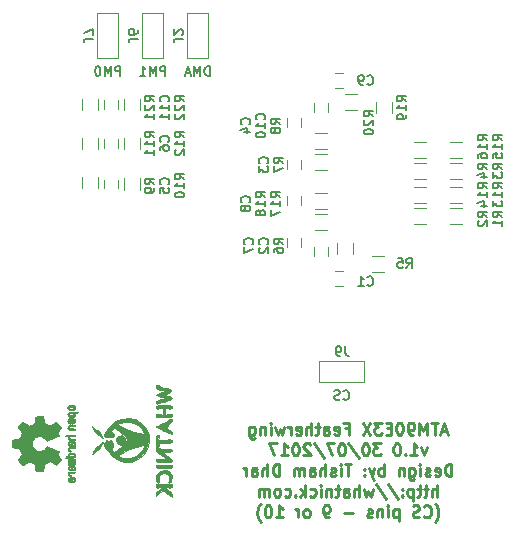
<source format=gbo>
G04 #@! TF.GenerationSoftware,KiCad,Pcbnew,(2017-06-19 revision 6733101c6)-makepkg*
G04 #@! TF.CreationDate,2017-08-21T23:10:13+09:30*
G04 #@! TF.ProjectId,ATM90E3x_fw,41544D39304533785F66772E6B696361,rev?*
G04 #@! TF.SameCoordinates,Original
G04 #@! TF.FileFunction,Legend,Bot*
G04 #@! TF.FilePolarity,Positive*
%FSLAX46Y46*%
G04 Gerber Fmt 4.6, Leading zero omitted, Abs format (unit mm)*
G04 Created by KiCad (PCBNEW (2017-06-19 revision 6733101c6)-makepkg) date 08/21/17 23:10:13*
%MOMM*%
%LPD*%
G01*
G04 APERTURE LIST*
%ADD10C,0.100000*%
%ADD11C,0.200000*%
%ADD12C,0.250000*%
%ADD13C,0.120000*%
%ADD14C,0.010000*%
G04 APERTURE END LIST*
D10*
D11*
X128771523Y-48113904D02*
X128771523Y-47313904D01*
X128581047Y-47313904D01*
X128466761Y-47352000D01*
X128390571Y-47428190D01*
X128352476Y-47504380D01*
X128314380Y-47656761D01*
X128314380Y-47771047D01*
X128352476Y-47923428D01*
X128390571Y-47999619D01*
X128466761Y-48075809D01*
X128581047Y-48113904D01*
X128771523Y-48113904D01*
X127971523Y-48113904D02*
X127971523Y-47313904D01*
X127704857Y-47885333D01*
X127438190Y-47313904D01*
X127438190Y-48113904D01*
X127095333Y-47885333D02*
X126714380Y-47885333D01*
X127171523Y-48113904D02*
X126904857Y-47313904D01*
X126638190Y-48113904D01*
X124999619Y-48113904D02*
X124999619Y-47313904D01*
X124694857Y-47313904D01*
X124618666Y-47352000D01*
X124580571Y-47390095D01*
X124542476Y-47466285D01*
X124542476Y-47580571D01*
X124580571Y-47656761D01*
X124618666Y-47694857D01*
X124694857Y-47732952D01*
X124999619Y-47732952D01*
X124199619Y-48113904D02*
X124199619Y-47313904D01*
X123932952Y-47885333D01*
X123666285Y-47313904D01*
X123666285Y-48113904D01*
X122866285Y-48113904D02*
X123323428Y-48113904D01*
X123094857Y-48113904D02*
X123094857Y-47313904D01*
X123171047Y-47428190D01*
X123247238Y-47504380D01*
X123323428Y-47542476D01*
X121189619Y-48113904D02*
X121189619Y-47313904D01*
X120884857Y-47313904D01*
X120808666Y-47352000D01*
X120770571Y-47390095D01*
X120732476Y-47466285D01*
X120732476Y-47580571D01*
X120770571Y-47656761D01*
X120808666Y-47694857D01*
X120884857Y-47732952D01*
X121189619Y-47732952D01*
X120389619Y-48113904D02*
X120389619Y-47313904D01*
X120122952Y-47885333D01*
X119856285Y-47313904D01*
X119856285Y-48113904D01*
X119322952Y-47313904D02*
X119246761Y-47313904D01*
X119170571Y-47352000D01*
X119132476Y-47390095D01*
X119094380Y-47466285D01*
X119056285Y-47618666D01*
X119056285Y-47809142D01*
X119094380Y-47961523D01*
X119132476Y-48037714D01*
X119170571Y-48075809D01*
X119246761Y-48113904D01*
X119322952Y-48113904D01*
X119399142Y-48075809D01*
X119437238Y-48037714D01*
X119475333Y-47961523D01*
X119513428Y-47809142D01*
X119513428Y-47618666D01*
X119475333Y-47466285D01*
X119437238Y-47390095D01*
X119399142Y-47352000D01*
X119322952Y-47313904D01*
X140087333Y-75469714D02*
X140125428Y-75507809D01*
X140239714Y-75545904D01*
X140315904Y-75545904D01*
X140430190Y-75507809D01*
X140506380Y-75431619D01*
X140544476Y-75355428D01*
X140582571Y-75203047D01*
X140582571Y-75088761D01*
X140544476Y-74936380D01*
X140506380Y-74860190D01*
X140430190Y-74784000D01*
X140315904Y-74745904D01*
X140239714Y-74745904D01*
X140125428Y-74784000D01*
X140087333Y-74822095D01*
X139782571Y-75507809D02*
X139668285Y-75545904D01*
X139477809Y-75545904D01*
X139401619Y-75507809D01*
X139363523Y-75469714D01*
X139325428Y-75393523D01*
X139325428Y-75317333D01*
X139363523Y-75241142D01*
X139401619Y-75203047D01*
X139477809Y-75164952D01*
X139630190Y-75126857D01*
X139706380Y-75088761D01*
X139744476Y-75050666D01*
X139782571Y-74974476D01*
X139782571Y-74898285D01*
X139744476Y-74822095D01*
X139706380Y-74784000D01*
X139630190Y-74745904D01*
X139439714Y-74745904D01*
X139325428Y-74784000D01*
D12*
X148842952Y-78200666D02*
X148366761Y-78200666D01*
X148938190Y-78486380D02*
X148604857Y-77486380D01*
X148271523Y-78486380D01*
X148081047Y-77486380D02*
X147509619Y-77486380D01*
X147795333Y-78486380D02*
X147795333Y-77486380D01*
X147176285Y-78486380D02*
X147176285Y-77486380D01*
X146842952Y-78200666D01*
X146509619Y-77486380D01*
X146509619Y-78486380D01*
X145985809Y-78486380D02*
X145795333Y-78486380D01*
X145700095Y-78438761D01*
X145652476Y-78391142D01*
X145557238Y-78248285D01*
X145509619Y-78057809D01*
X145509619Y-77676857D01*
X145557238Y-77581619D01*
X145604857Y-77534000D01*
X145700095Y-77486380D01*
X145890571Y-77486380D01*
X145985809Y-77534000D01*
X146033428Y-77581619D01*
X146081047Y-77676857D01*
X146081047Y-77914952D01*
X146033428Y-78010190D01*
X145985809Y-78057809D01*
X145890571Y-78105428D01*
X145700095Y-78105428D01*
X145604857Y-78057809D01*
X145557238Y-78010190D01*
X145509619Y-77914952D01*
X144890571Y-77486380D02*
X144795333Y-77486380D01*
X144700095Y-77534000D01*
X144652476Y-77581619D01*
X144604857Y-77676857D01*
X144557238Y-77867333D01*
X144557238Y-78105428D01*
X144604857Y-78295904D01*
X144652476Y-78391142D01*
X144700095Y-78438761D01*
X144795333Y-78486380D01*
X144890571Y-78486380D01*
X144985809Y-78438761D01*
X145033428Y-78391142D01*
X145081047Y-78295904D01*
X145128666Y-78105428D01*
X145128666Y-77867333D01*
X145081047Y-77676857D01*
X145033428Y-77581619D01*
X144985809Y-77534000D01*
X144890571Y-77486380D01*
X144128666Y-77962571D02*
X143795333Y-77962571D01*
X143652476Y-78486380D02*
X144128666Y-78486380D01*
X144128666Y-77486380D01*
X143652476Y-77486380D01*
X143319142Y-77486380D02*
X142700095Y-77486380D01*
X143033428Y-77867333D01*
X142890571Y-77867333D01*
X142795333Y-77914952D01*
X142747714Y-77962571D01*
X142700095Y-78057809D01*
X142700095Y-78295904D01*
X142747714Y-78391142D01*
X142795333Y-78438761D01*
X142890571Y-78486380D01*
X143176285Y-78486380D01*
X143271523Y-78438761D01*
X143319142Y-78391142D01*
X142366761Y-77486380D02*
X141700095Y-78486380D01*
X141700095Y-77486380D02*
X142366761Y-78486380D01*
X140223904Y-77962571D02*
X140557238Y-77962571D01*
X140557238Y-78486380D02*
X140557238Y-77486380D01*
X140081047Y-77486380D01*
X139319142Y-78438761D02*
X139414380Y-78486380D01*
X139604857Y-78486380D01*
X139700095Y-78438761D01*
X139747714Y-78343523D01*
X139747714Y-77962571D01*
X139700095Y-77867333D01*
X139604857Y-77819714D01*
X139414380Y-77819714D01*
X139319142Y-77867333D01*
X139271523Y-77962571D01*
X139271523Y-78057809D01*
X139747714Y-78153047D01*
X138414380Y-78486380D02*
X138414380Y-77962571D01*
X138462000Y-77867333D01*
X138557238Y-77819714D01*
X138747714Y-77819714D01*
X138842952Y-77867333D01*
X138414380Y-78438761D02*
X138509619Y-78486380D01*
X138747714Y-78486380D01*
X138842952Y-78438761D01*
X138890571Y-78343523D01*
X138890571Y-78248285D01*
X138842952Y-78153047D01*
X138747714Y-78105428D01*
X138509619Y-78105428D01*
X138414380Y-78057809D01*
X138081047Y-77819714D02*
X137700095Y-77819714D01*
X137938190Y-77486380D02*
X137938190Y-78343523D01*
X137890571Y-78438761D01*
X137795333Y-78486380D01*
X137700095Y-78486380D01*
X137366761Y-78486380D02*
X137366761Y-77486380D01*
X136938190Y-78486380D02*
X136938190Y-77962571D01*
X136985809Y-77867333D01*
X137081047Y-77819714D01*
X137223904Y-77819714D01*
X137319142Y-77867333D01*
X137366761Y-77914952D01*
X136081047Y-78438761D02*
X136176285Y-78486380D01*
X136366761Y-78486380D01*
X136462000Y-78438761D01*
X136509619Y-78343523D01*
X136509619Y-77962571D01*
X136462000Y-77867333D01*
X136366761Y-77819714D01*
X136176285Y-77819714D01*
X136081047Y-77867333D01*
X136033428Y-77962571D01*
X136033428Y-78057809D01*
X136509619Y-78153047D01*
X135604857Y-78486380D02*
X135604857Y-77819714D01*
X135604857Y-78010190D02*
X135557238Y-77914952D01*
X135509619Y-77867333D01*
X135414380Y-77819714D01*
X135319142Y-77819714D01*
X135081047Y-77819714D02*
X134890571Y-78486380D01*
X134700095Y-78010190D01*
X134509619Y-78486380D01*
X134319142Y-77819714D01*
X133938190Y-78486380D02*
X133938190Y-77819714D01*
X133938190Y-77486380D02*
X133985809Y-77534000D01*
X133938190Y-77581619D01*
X133890571Y-77534000D01*
X133938190Y-77486380D01*
X133938190Y-77581619D01*
X133462000Y-77819714D02*
X133462000Y-78486380D01*
X133462000Y-77914952D02*
X133414380Y-77867333D01*
X133319142Y-77819714D01*
X133176285Y-77819714D01*
X133081047Y-77867333D01*
X133033428Y-77962571D01*
X133033428Y-78486380D01*
X132128666Y-77819714D02*
X132128666Y-78629238D01*
X132176285Y-78724476D01*
X132223904Y-78772095D01*
X132319142Y-78819714D01*
X132462000Y-78819714D01*
X132557238Y-78772095D01*
X132128666Y-78438761D02*
X132223904Y-78486380D01*
X132414380Y-78486380D01*
X132509619Y-78438761D01*
X132557238Y-78391142D01*
X132604857Y-78295904D01*
X132604857Y-78010190D01*
X132557238Y-77914952D01*
X132509619Y-77867333D01*
X132414380Y-77819714D01*
X132223904Y-77819714D01*
X132128666Y-77867333D01*
X147128666Y-79569714D02*
X146890571Y-80236380D01*
X146652476Y-79569714D01*
X145747714Y-80236380D02*
X146319142Y-80236380D01*
X146033428Y-80236380D02*
X146033428Y-79236380D01*
X146128666Y-79379238D01*
X146223904Y-79474476D01*
X146319142Y-79522095D01*
X145319142Y-80141142D02*
X145271523Y-80188761D01*
X145319142Y-80236380D01*
X145366761Y-80188761D01*
X145319142Y-80141142D01*
X145319142Y-80236380D01*
X144652476Y-79236380D02*
X144557238Y-79236380D01*
X144462000Y-79284000D01*
X144414380Y-79331619D01*
X144366761Y-79426857D01*
X144319142Y-79617333D01*
X144319142Y-79855428D01*
X144366761Y-80045904D01*
X144414380Y-80141142D01*
X144462000Y-80188761D01*
X144557238Y-80236380D01*
X144652476Y-80236380D01*
X144747714Y-80188761D01*
X144795333Y-80141142D01*
X144842952Y-80045904D01*
X144890571Y-79855428D01*
X144890571Y-79617333D01*
X144842952Y-79426857D01*
X144795333Y-79331619D01*
X144747714Y-79284000D01*
X144652476Y-79236380D01*
X143223904Y-79236380D02*
X142604857Y-79236380D01*
X142938190Y-79617333D01*
X142795333Y-79617333D01*
X142700095Y-79664952D01*
X142652476Y-79712571D01*
X142604857Y-79807809D01*
X142604857Y-80045904D01*
X142652476Y-80141142D01*
X142700095Y-80188761D01*
X142795333Y-80236380D01*
X143081047Y-80236380D01*
X143176285Y-80188761D01*
X143223904Y-80141142D01*
X141985809Y-79236380D02*
X141890571Y-79236380D01*
X141795333Y-79284000D01*
X141747714Y-79331619D01*
X141700095Y-79426857D01*
X141652476Y-79617333D01*
X141652476Y-79855428D01*
X141700095Y-80045904D01*
X141747714Y-80141142D01*
X141795333Y-80188761D01*
X141890571Y-80236380D01*
X141985809Y-80236380D01*
X142081047Y-80188761D01*
X142128666Y-80141142D01*
X142176285Y-80045904D01*
X142223904Y-79855428D01*
X142223904Y-79617333D01*
X142176285Y-79426857D01*
X142128666Y-79331619D01*
X142081047Y-79284000D01*
X141985809Y-79236380D01*
X140509619Y-79188761D02*
X141366761Y-80474476D01*
X139985809Y-79236380D02*
X139890571Y-79236380D01*
X139795333Y-79284000D01*
X139747714Y-79331619D01*
X139700095Y-79426857D01*
X139652476Y-79617333D01*
X139652476Y-79855428D01*
X139700095Y-80045904D01*
X139747714Y-80141142D01*
X139795333Y-80188761D01*
X139890571Y-80236380D01*
X139985809Y-80236380D01*
X140081047Y-80188761D01*
X140128666Y-80141142D01*
X140176285Y-80045904D01*
X140223904Y-79855428D01*
X140223904Y-79617333D01*
X140176285Y-79426857D01*
X140128666Y-79331619D01*
X140081047Y-79284000D01*
X139985809Y-79236380D01*
X139319142Y-79236380D02*
X138652476Y-79236380D01*
X139081047Y-80236380D01*
X137557238Y-79188761D02*
X138414380Y-80474476D01*
X137271523Y-79331619D02*
X137223904Y-79284000D01*
X137128666Y-79236380D01*
X136890571Y-79236380D01*
X136795333Y-79284000D01*
X136747714Y-79331619D01*
X136700095Y-79426857D01*
X136700095Y-79522095D01*
X136747714Y-79664952D01*
X137319142Y-80236380D01*
X136700095Y-80236380D01*
X136081047Y-79236380D02*
X135985809Y-79236380D01*
X135890571Y-79284000D01*
X135842952Y-79331619D01*
X135795333Y-79426857D01*
X135747714Y-79617333D01*
X135747714Y-79855428D01*
X135795333Y-80045904D01*
X135842952Y-80141142D01*
X135890571Y-80188761D01*
X135985809Y-80236380D01*
X136081047Y-80236380D01*
X136176285Y-80188761D01*
X136223904Y-80141142D01*
X136271523Y-80045904D01*
X136319142Y-79855428D01*
X136319142Y-79617333D01*
X136271523Y-79426857D01*
X136223904Y-79331619D01*
X136176285Y-79284000D01*
X136081047Y-79236380D01*
X134795333Y-80236380D02*
X135366761Y-80236380D01*
X135081047Y-80236380D02*
X135081047Y-79236380D01*
X135176285Y-79379238D01*
X135271523Y-79474476D01*
X135366761Y-79522095D01*
X134462000Y-79236380D02*
X133795333Y-79236380D01*
X134223904Y-80236380D01*
X149223904Y-81986380D02*
X149223904Y-80986380D01*
X148985809Y-80986380D01*
X148842952Y-81034000D01*
X148747714Y-81129238D01*
X148700095Y-81224476D01*
X148652476Y-81414952D01*
X148652476Y-81557809D01*
X148700095Y-81748285D01*
X148747714Y-81843523D01*
X148842952Y-81938761D01*
X148985809Y-81986380D01*
X149223904Y-81986380D01*
X147842952Y-81938761D02*
X147938190Y-81986380D01*
X148128666Y-81986380D01*
X148223904Y-81938761D01*
X148271523Y-81843523D01*
X148271523Y-81462571D01*
X148223904Y-81367333D01*
X148128666Y-81319714D01*
X147938190Y-81319714D01*
X147842952Y-81367333D01*
X147795333Y-81462571D01*
X147795333Y-81557809D01*
X148271523Y-81653047D01*
X147414380Y-81938761D02*
X147319142Y-81986380D01*
X147128666Y-81986380D01*
X147033428Y-81938761D01*
X146985809Y-81843523D01*
X146985809Y-81795904D01*
X147033428Y-81700666D01*
X147128666Y-81653047D01*
X147271523Y-81653047D01*
X147366761Y-81605428D01*
X147414380Y-81510190D01*
X147414380Y-81462571D01*
X147366761Y-81367333D01*
X147271523Y-81319714D01*
X147128666Y-81319714D01*
X147033428Y-81367333D01*
X146557238Y-81986380D02*
X146557238Y-81319714D01*
X146557238Y-80986380D02*
X146604857Y-81034000D01*
X146557238Y-81081619D01*
X146509619Y-81034000D01*
X146557238Y-80986380D01*
X146557238Y-81081619D01*
X145652476Y-81319714D02*
X145652476Y-82129238D01*
X145700095Y-82224476D01*
X145747714Y-82272095D01*
X145842952Y-82319714D01*
X145985809Y-82319714D01*
X146081047Y-82272095D01*
X145652476Y-81938761D02*
X145747714Y-81986380D01*
X145938190Y-81986380D01*
X146033428Y-81938761D01*
X146081047Y-81891142D01*
X146128666Y-81795904D01*
X146128666Y-81510190D01*
X146081047Y-81414952D01*
X146033428Y-81367333D01*
X145938190Y-81319714D01*
X145747714Y-81319714D01*
X145652476Y-81367333D01*
X145176285Y-81319714D02*
X145176285Y-81986380D01*
X145176285Y-81414952D02*
X145128666Y-81367333D01*
X145033428Y-81319714D01*
X144890571Y-81319714D01*
X144795333Y-81367333D01*
X144747714Y-81462571D01*
X144747714Y-81986380D01*
X143509619Y-81986380D02*
X143509619Y-80986380D01*
X143509619Y-81367333D02*
X143414380Y-81319714D01*
X143223904Y-81319714D01*
X143128666Y-81367333D01*
X143081047Y-81414952D01*
X143033428Y-81510190D01*
X143033428Y-81795904D01*
X143081047Y-81891142D01*
X143128666Y-81938761D01*
X143223904Y-81986380D01*
X143414380Y-81986380D01*
X143509619Y-81938761D01*
X142700095Y-81319714D02*
X142462000Y-81986380D01*
X142223904Y-81319714D02*
X142462000Y-81986380D01*
X142557238Y-82224476D01*
X142604857Y-82272095D01*
X142700095Y-82319714D01*
X141842952Y-81891142D02*
X141795333Y-81938761D01*
X141842952Y-81986380D01*
X141890571Y-81938761D01*
X141842952Y-81891142D01*
X141842952Y-81986380D01*
X141842952Y-81367333D02*
X141795333Y-81414952D01*
X141842952Y-81462571D01*
X141890571Y-81414952D01*
X141842952Y-81367333D01*
X141842952Y-81462571D01*
X140747714Y-80986380D02*
X140176285Y-80986380D01*
X140462000Y-81986380D02*
X140462000Y-80986380D01*
X139842952Y-81986380D02*
X139842952Y-81319714D01*
X139842952Y-80986380D02*
X139890571Y-81034000D01*
X139842952Y-81081619D01*
X139795333Y-81034000D01*
X139842952Y-80986380D01*
X139842952Y-81081619D01*
X139414380Y-81938761D02*
X139319142Y-81986380D01*
X139128666Y-81986380D01*
X139033428Y-81938761D01*
X138985809Y-81843523D01*
X138985809Y-81795904D01*
X139033428Y-81700666D01*
X139128666Y-81653047D01*
X139271523Y-81653047D01*
X139366761Y-81605428D01*
X139414380Y-81510190D01*
X139414380Y-81462571D01*
X139366761Y-81367333D01*
X139271523Y-81319714D01*
X139128666Y-81319714D01*
X139033428Y-81367333D01*
X138557238Y-81986380D02*
X138557238Y-80986380D01*
X138128666Y-81986380D02*
X138128666Y-81462571D01*
X138176285Y-81367333D01*
X138271523Y-81319714D01*
X138414380Y-81319714D01*
X138509619Y-81367333D01*
X138557238Y-81414952D01*
X137223904Y-81986380D02*
X137223904Y-81462571D01*
X137271523Y-81367333D01*
X137366761Y-81319714D01*
X137557238Y-81319714D01*
X137652476Y-81367333D01*
X137223904Y-81938761D02*
X137319142Y-81986380D01*
X137557238Y-81986380D01*
X137652476Y-81938761D01*
X137700095Y-81843523D01*
X137700095Y-81748285D01*
X137652476Y-81653047D01*
X137557238Y-81605428D01*
X137319142Y-81605428D01*
X137223904Y-81557809D01*
X136747714Y-81986380D02*
X136747714Y-81319714D01*
X136747714Y-81414952D02*
X136700095Y-81367333D01*
X136604857Y-81319714D01*
X136462000Y-81319714D01*
X136366761Y-81367333D01*
X136319142Y-81462571D01*
X136319142Y-81986380D01*
X136319142Y-81462571D02*
X136271523Y-81367333D01*
X136176285Y-81319714D01*
X136033428Y-81319714D01*
X135938190Y-81367333D01*
X135890571Y-81462571D01*
X135890571Y-81986380D01*
X134652476Y-81986380D02*
X134652476Y-80986380D01*
X134414380Y-80986380D01*
X134271523Y-81034000D01*
X134176285Y-81129238D01*
X134128666Y-81224476D01*
X134081047Y-81414952D01*
X134081047Y-81557809D01*
X134128666Y-81748285D01*
X134176285Y-81843523D01*
X134271523Y-81938761D01*
X134414380Y-81986380D01*
X134652476Y-81986380D01*
X133652476Y-81986380D02*
X133652476Y-80986380D01*
X133223904Y-81986380D02*
X133223904Y-81462571D01*
X133271523Y-81367333D01*
X133366761Y-81319714D01*
X133509619Y-81319714D01*
X133604857Y-81367333D01*
X133652476Y-81414952D01*
X132319142Y-81986380D02*
X132319142Y-81462571D01*
X132366761Y-81367333D01*
X132462000Y-81319714D01*
X132652476Y-81319714D01*
X132747714Y-81367333D01*
X132319142Y-81938761D02*
X132414380Y-81986380D01*
X132652476Y-81986380D01*
X132747714Y-81938761D01*
X132795333Y-81843523D01*
X132795333Y-81748285D01*
X132747714Y-81653047D01*
X132652476Y-81605428D01*
X132414380Y-81605428D01*
X132319142Y-81557809D01*
X131842952Y-81986380D02*
X131842952Y-81319714D01*
X131842952Y-81510190D02*
X131795333Y-81414952D01*
X131747714Y-81367333D01*
X131652476Y-81319714D01*
X131557238Y-81319714D01*
X148009619Y-83736380D02*
X148009619Y-82736380D01*
X147581047Y-83736380D02*
X147581047Y-83212571D01*
X147628666Y-83117333D01*
X147723904Y-83069714D01*
X147866761Y-83069714D01*
X147962000Y-83117333D01*
X148009619Y-83164952D01*
X147247714Y-83069714D02*
X146866761Y-83069714D01*
X147104857Y-82736380D02*
X147104857Y-83593523D01*
X147057238Y-83688761D01*
X146962000Y-83736380D01*
X146866761Y-83736380D01*
X146676285Y-83069714D02*
X146295333Y-83069714D01*
X146533428Y-82736380D02*
X146533428Y-83593523D01*
X146485809Y-83688761D01*
X146390571Y-83736380D01*
X146295333Y-83736380D01*
X145962000Y-83069714D02*
X145962000Y-84069714D01*
X145962000Y-83117333D02*
X145866761Y-83069714D01*
X145676285Y-83069714D01*
X145581047Y-83117333D01*
X145533428Y-83164952D01*
X145485809Y-83260190D01*
X145485809Y-83545904D01*
X145533428Y-83641142D01*
X145581047Y-83688761D01*
X145676285Y-83736380D01*
X145866761Y-83736380D01*
X145962000Y-83688761D01*
X145057238Y-83641142D02*
X145009619Y-83688761D01*
X145057238Y-83736380D01*
X145104857Y-83688761D01*
X145057238Y-83641142D01*
X145057238Y-83736380D01*
X145057238Y-83117333D02*
X145009619Y-83164952D01*
X145057238Y-83212571D01*
X145104857Y-83164952D01*
X145057238Y-83117333D01*
X145057238Y-83212571D01*
X143866761Y-82688761D02*
X144723904Y-83974476D01*
X142819142Y-82688761D02*
X143676285Y-83974476D01*
X142581047Y-83069714D02*
X142390571Y-83736380D01*
X142200095Y-83260190D01*
X142009619Y-83736380D01*
X141819142Y-83069714D01*
X141438190Y-83736380D02*
X141438190Y-82736380D01*
X141009619Y-83736380D02*
X141009619Y-83212571D01*
X141057238Y-83117333D01*
X141152476Y-83069714D01*
X141295333Y-83069714D01*
X141390571Y-83117333D01*
X141438190Y-83164952D01*
X140104857Y-83736380D02*
X140104857Y-83212571D01*
X140152476Y-83117333D01*
X140247714Y-83069714D01*
X140438190Y-83069714D01*
X140533428Y-83117333D01*
X140104857Y-83688761D02*
X140200095Y-83736380D01*
X140438190Y-83736380D01*
X140533428Y-83688761D01*
X140581047Y-83593523D01*
X140581047Y-83498285D01*
X140533428Y-83403047D01*
X140438190Y-83355428D01*
X140200095Y-83355428D01*
X140104857Y-83307809D01*
X139771523Y-83069714D02*
X139390571Y-83069714D01*
X139628666Y-82736380D02*
X139628666Y-83593523D01*
X139581047Y-83688761D01*
X139485809Y-83736380D01*
X139390571Y-83736380D01*
X139057238Y-83069714D02*
X139057238Y-83736380D01*
X139057238Y-83164952D02*
X139009619Y-83117333D01*
X138914380Y-83069714D01*
X138771523Y-83069714D01*
X138676285Y-83117333D01*
X138628666Y-83212571D01*
X138628666Y-83736380D01*
X138152476Y-83736380D02*
X138152476Y-83069714D01*
X138152476Y-82736380D02*
X138200095Y-82784000D01*
X138152476Y-82831619D01*
X138104857Y-82784000D01*
X138152476Y-82736380D01*
X138152476Y-82831619D01*
X137247714Y-83688761D02*
X137342952Y-83736380D01*
X137533428Y-83736380D01*
X137628666Y-83688761D01*
X137676285Y-83641142D01*
X137723904Y-83545904D01*
X137723904Y-83260190D01*
X137676285Y-83164952D01*
X137628666Y-83117333D01*
X137533428Y-83069714D01*
X137342952Y-83069714D01*
X137247714Y-83117333D01*
X136819142Y-83736380D02*
X136819142Y-82736380D01*
X136723904Y-83355428D02*
X136438190Y-83736380D01*
X136438190Y-83069714D02*
X136819142Y-83450666D01*
X136009619Y-83641142D02*
X135962000Y-83688761D01*
X136009619Y-83736380D01*
X136057238Y-83688761D01*
X136009619Y-83641142D01*
X136009619Y-83736380D01*
X135104857Y-83688761D02*
X135200095Y-83736380D01*
X135390571Y-83736380D01*
X135485809Y-83688761D01*
X135533428Y-83641142D01*
X135581047Y-83545904D01*
X135581047Y-83260190D01*
X135533428Y-83164952D01*
X135485809Y-83117333D01*
X135390571Y-83069714D01*
X135200095Y-83069714D01*
X135104857Y-83117333D01*
X134533428Y-83736380D02*
X134628666Y-83688761D01*
X134676285Y-83641142D01*
X134723904Y-83545904D01*
X134723904Y-83260190D01*
X134676285Y-83164952D01*
X134628666Y-83117333D01*
X134533428Y-83069714D01*
X134390571Y-83069714D01*
X134295333Y-83117333D01*
X134247714Y-83164952D01*
X134200095Y-83260190D01*
X134200095Y-83545904D01*
X134247714Y-83641142D01*
X134295333Y-83688761D01*
X134390571Y-83736380D01*
X134533428Y-83736380D01*
X133771523Y-83736380D02*
X133771523Y-83069714D01*
X133771523Y-83164952D02*
X133723904Y-83117333D01*
X133628666Y-83069714D01*
X133485809Y-83069714D01*
X133390571Y-83117333D01*
X133342952Y-83212571D01*
X133342952Y-83736380D01*
X133342952Y-83212571D02*
X133295333Y-83117333D01*
X133200095Y-83069714D01*
X133057238Y-83069714D01*
X132962000Y-83117333D01*
X132914380Y-83212571D01*
X132914380Y-83736380D01*
X147842952Y-85867333D02*
X147890571Y-85819714D01*
X147985809Y-85676857D01*
X148033428Y-85581619D01*
X148081047Y-85438761D01*
X148128666Y-85200666D01*
X148128666Y-85010190D01*
X148081047Y-84772095D01*
X148033428Y-84629238D01*
X147985809Y-84534000D01*
X147890571Y-84391142D01*
X147842952Y-84343523D01*
X146890571Y-85391142D02*
X146938190Y-85438761D01*
X147081047Y-85486380D01*
X147176285Y-85486380D01*
X147319142Y-85438761D01*
X147414380Y-85343523D01*
X147462000Y-85248285D01*
X147509619Y-85057809D01*
X147509619Y-84914952D01*
X147462000Y-84724476D01*
X147414380Y-84629238D01*
X147319142Y-84534000D01*
X147176285Y-84486380D01*
X147081047Y-84486380D01*
X146938190Y-84534000D01*
X146890571Y-84581619D01*
X146509619Y-85438761D02*
X146366761Y-85486380D01*
X146128666Y-85486380D01*
X146033428Y-85438761D01*
X145985809Y-85391142D01*
X145938190Y-85295904D01*
X145938190Y-85200666D01*
X145985809Y-85105428D01*
X146033428Y-85057809D01*
X146128666Y-85010190D01*
X146319142Y-84962571D01*
X146414380Y-84914952D01*
X146462000Y-84867333D01*
X146509619Y-84772095D01*
X146509619Y-84676857D01*
X146462000Y-84581619D01*
X146414380Y-84534000D01*
X146319142Y-84486380D01*
X146081047Y-84486380D01*
X145938190Y-84534000D01*
X144747714Y-84819714D02*
X144747714Y-85819714D01*
X144747714Y-84867333D02*
X144652476Y-84819714D01*
X144462000Y-84819714D01*
X144366761Y-84867333D01*
X144319142Y-84914952D01*
X144271523Y-85010190D01*
X144271523Y-85295904D01*
X144319142Y-85391142D01*
X144366761Y-85438761D01*
X144462000Y-85486380D01*
X144652476Y-85486380D01*
X144747714Y-85438761D01*
X143842952Y-85486380D02*
X143842952Y-84819714D01*
X143842952Y-84486380D02*
X143890571Y-84534000D01*
X143842952Y-84581619D01*
X143795333Y-84534000D01*
X143842952Y-84486380D01*
X143842952Y-84581619D01*
X143366761Y-84819714D02*
X143366761Y-85486380D01*
X143366761Y-84914952D02*
X143319142Y-84867333D01*
X143223904Y-84819714D01*
X143081047Y-84819714D01*
X142985809Y-84867333D01*
X142938190Y-84962571D01*
X142938190Y-85486380D01*
X142509619Y-85438761D02*
X142414380Y-85486380D01*
X142223904Y-85486380D01*
X142128666Y-85438761D01*
X142081047Y-85343523D01*
X142081047Y-85295904D01*
X142128666Y-85200666D01*
X142223904Y-85153047D01*
X142366761Y-85153047D01*
X142462000Y-85105428D01*
X142509619Y-85010190D01*
X142509619Y-84962571D01*
X142462000Y-84867333D01*
X142366761Y-84819714D01*
X142223904Y-84819714D01*
X142128666Y-84867333D01*
X140890571Y-85105428D02*
X140128666Y-85105428D01*
X138842952Y-85486380D02*
X138652476Y-85486380D01*
X138557238Y-85438761D01*
X138509619Y-85391142D01*
X138414380Y-85248285D01*
X138366761Y-85057809D01*
X138366761Y-84676857D01*
X138414380Y-84581619D01*
X138462000Y-84534000D01*
X138557238Y-84486380D01*
X138747714Y-84486380D01*
X138842952Y-84534000D01*
X138890571Y-84581619D01*
X138938190Y-84676857D01*
X138938190Y-84914952D01*
X138890571Y-85010190D01*
X138842952Y-85057809D01*
X138747714Y-85105428D01*
X138557238Y-85105428D01*
X138462000Y-85057809D01*
X138414380Y-85010190D01*
X138366761Y-84914952D01*
X137033428Y-85486380D02*
X137128666Y-85438761D01*
X137176285Y-85391142D01*
X137223904Y-85295904D01*
X137223904Y-85010190D01*
X137176285Y-84914952D01*
X137128666Y-84867333D01*
X137033428Y-84819714D01*
X136890571Y-84819714D01*
X136795333Y-84867333D01*
X136747714Y-84914952D01*
X136700095Y-85010190D01*
X136700095Y-85295904D01*
X136747714Y-85391142D01*
X136795333Y-85438761D01*
X136890571Y-85486380D01*
X137033428Y-85486380D01*
X136271523Y-85486380D02*
X136271523Y-84819714D01*
X136271523Y-85010190D02*
X136223904Y-84914952D01*
X136176285Y-84867333D01*
X136081047Y-84819714D01*
X135985809Y-84819714D01*
X134366761Y-85486380D02*
X134938190Y-85486380D01*
X134652476Y-85486380D02*
X134652476Y-84486380D01*
X134747714Y-84629238D01*
X134842952Y-84724476D01*
X134938190Y-84772095D01*
X133747714Y-84486380D02*
X133652476Y-84486380D01*
X133557238Y-84534000D01*
X133509619Y-84581619D01*
X133462000Y-84676857D01*
X133414380Y-84867333D01*
X133414380Y-85105428D01*
X133462000Y-85295904D01*
X133509619Y-85391142D01*
X133557238Y-85438761D01*
X133652476Y-85486380D01*
X133747714Y-85486380D01*
X133842952Y-85438761D01*
X133890571Y-85391142D01*
X133938190Y-85295904D01*
X133985809Y-85105428D01*
X133985809Y-84867333D01*
X133938190Y-84676857D01*
X133890571Y-84581619D01*
X133842952Y-84534000D01*
X133747714Y-84486380D01*
X133081047Y-85867333D02*
X133033428Y-85819714D01*
X132938190Y-85676857D01*
X132890571Y-85581619D01*
X132842952Y-85438761D01*
X132795333Y-85200666D01*
X132795333Y-85010190D01*
X132842952Y-84772095D01*
X132890571Y-84629238D01*
X132938190Y-84534000D01*
X133033428Y-84391142D01*
X133081047Y-84343523D01*
D13*
X119252000Y-46614000D02*
X119252000Y-42794000D01*
X119252000Y-42794000D02*
X121032000Y-42794000D01*
X121032000Y-42794000D02*
X121032000Y-46614000D01*
X119252000Y-46614000D02*
X121032000Y-46614000D01*
X126872000Y-46614000D02*
X126872000Y-42794000D01*
X126872000Y-42794000D02*
X128652000Y-42794000D01*
X128652000Y-42794000D02*
X128652000Y-46614000D01*
X126872000Y-46614000D02*
X128652000Y-46614000D01*
X123062000Y-46614000D02*
X123062000Y-42794000D01*
X123062000Y-42794000D02*
X124842000Y-42794000D01*
X124842000Y-42794000D02*
X124842000Y-46614000D01*
X123062000Y-46614000D02*
X124842000Y-46614000D01*
D14*
G36*
X118848812Y-80098021D02*
X118949546Y-80021590D01*
X119023612Y-79953418D01*
X119172105Y-79829308D01*
X119253676Y-79808891D01*
X119265865Y-79826347D01*
X119304684Y-79812243D01*
X119383359Y-79717528D01*
X119481882Y-79573600D01*
X119580245Y-79411853D01*
X119658442Y-79263683D01*
X119696466Y-79160488D01*
X119697500Y-79149015D01*
X119657820Y-79155444D01*
X119558002Y-79232745D01*
X119507662Y-79279115D01*
X119380809Y-79381865D01*
X119290026Y-79421745D01*
X119273206Y-79416373D01*
X119223427Y-79443988D01*
X119133342Y-79549720D01*
X119024950Y-79701020D01*
X118920250Y-79865338D01*
X118841240Y-80010124D01*
X118809934Y-80101831D01*
X118848812Y-80098021D01*
X118848812Y-80098021D01*
G37*
X118848812Y-80098021D02*
X118949546Y-80021590D01*
X119023612Y-79953418D01*
X119172105Y-79829308D01*
X119253676Y-79808891D01*
X119265865Y-79826347D01*
X119304684Y-79812243D01*
X119383359Y-79717528D01*
X119481882Y-79573600D01*
X119580245Y-79411853D01*
X119658442Y-79263683D01*
X119696466Y-79160488D01*
X119697500Y-79149015D01*
X119657820Y-79155444D01*
X119558002Y-79232745D01*
X119507662Y-79279115D01*
X119380809Y-79381865D01*
X119290026Y-79421745D01*
X119273206Y-79416373D01*
X119223427Y-79443988D01*
X119133342Y-79549720D01*
X119024950Y-79701020D01*
X118920250Y-79865338D01*
X118841240Y-80010124D01*
X118809934Y-80101831D01*
X118848812Y-80098021D01*
G36*
X118972002Y-78096539D02*
X119084484Y-78283857D01*
X119189778Y-78421094D01*
X119251252Y-78470972D01*
X119360957Y-78534946D01*
X119502681Y-78647636D01*
X119522875Y-78665938D01*
X119641216Y-78762373D01*
X119687115Y-78764355D01*
X119660393Y-78669094D01*
X119560867Y-78473798D01*
X119503872Y-78372691D01*
X119392534Y-78201855D01*
X119297253Y-78096602D01*
X119245308Y-78078003D01*
X119162434Y-78064137D01*
X119033987Y-77980380D01*
X118984465Y-77937311D01*
X118789752Y-77755750D01*
X118972002Y-78096539D01*
X118972002Y-78096539D01*
G37*
X118972002Y-78096539D02*
X119084484Y-78283857D01*
X119189778Y-78421094D01*
X119251252Y-78470972D01*
X119360957Y-78534946D01*
X119502681Y-78647636D01*
X119522875Y-78665938D01*
X119641216Y-78762373D01*
X119687115Y-78764355D01*
X119660393Y-78669094D01*
X119560867Y-78473798D01*
X119503872Y-78372691D01*
X119392534Y-78201855D01*
X119297253Y-78096602D01*
X119245308Y-78078003D01*
X119162434Y-78064137D01*
X119033987Y-77980380D01*
X118984465Y-77937311D01*
X118789752Y-77755750D01*
X118972002Y-78096539D01*
G36*
X120873818Y-79122247D02*
X120988325Y-79250628D01*
X121074467Y-79302002D01*
X121258860Y-79343004D01*
X121421096Y-79285837D01*
X121542867Y-79159277D01*
X121605867Y-78992097D01*
X121591789Y-78813071D01*
X121486374Y-78654591D01*
X121304547Y-78560617D01*
X121114893Y-78568718D01*
X120953214Y-78663297D01*
X120855311Y-78828762D01*
X120841472Y-78935500D01*
X120873818Y-79122247D01*
X120873818Y-79122247D01*
G37*
X120873818Y-79122247D02*
X120988325Y-79250628D01*
X121074467Y-79302002D01*
X121258860Y-79343004D01*
X121421096Y-79285837D01*
X121542867Y-79159277D01*
X121605867Y-78992097D01*
X121591789Y-78813071D01*
X121486374Y-78654591D01*
X121304547Y-78560617D01*
X121114893Y-78568718D01*
X120953214Y-78663297D01*
X120855311Y-78828762D01*
X120841472Y-78935500D01*
X120873818Y-79122247D01*
G36*
X119780447Y-78611966D02*
X119894933Y-78659779D01*
X120117977Y-78675790D01*
X120209779Y-78676500D01*
X120442501Y-78674424D01*
X120573031Y-78662378D01*
X120626172Y-78631631D01*
X120626724Y-78573455D01*
X120615714Y-78533625D01*
X120544279Y-78378423D01*
X120487568Y-78300901D01*
X120441097Y-78221526D01*
X120469319Y-78124388D01*
X120530255Y-78031310D01*
X120658243Y-77851567D01*
X121161511Y-78234673D01*
X121467070Y-78488391D01*
X121656834Y-78707132D01*
X121730754Y-78907267D01*
X121688776Y-79105162D01*
X121530850Y-79317188D01*
X121256926Y-79559712D01*
X121157118Y-79637072D01*
X120934562Y-79804044D01*
X120788640Y-79903201D01*
X120695480Y-79944371D01*
X120631214Y-79937379D01*
X120571971Y-79892051D01*
X120561667Y-79882192D01*
X120490522Y-79801454D01*
X120474898Y-79719837D01*
X120512831Y-79589997D01*
X120546038Y-79505255D01*
X120606011Y-79340296D01*
X120613334Y-79254857D01*
X120569077Y-79213376D01*
X120554995Y-79207557D01*
X120474474Y-79120876D01*
X120459500Y-79050706D01*
X120417921Y-78951541D01*
X120364250Y-78930500D01*
X120286678Y-78983439D01*
X120269000Y-79057500D01*
X120242407Y-79160685D01*
X120205500Y-79184500D01*
X120153907Y-79131315D01*
X120142000Y-79057500D01*
X120102295Y-78954071D01*
X120046750Y-78930500D01*
X119969178Y-78983439D01*
X119951500Y-79057500D01*
X119908894Y-79163154D01*
X119849366Y-79184500D01*
X119781752Y-79229011D01*
X119785888Y-79344028D01*
X119853088Y-79501777D01*
X119974666Y-79674484D01*
X120017435Y-79721914D01*
X120168822Y-79885857D01*
X120348094Y-80086862D01*
X120437121Y-80189223D01*
X120774580Y-80494228D01*
X121156713Y-80693143D01*
X121565202Y-80790153D01*
X121981728Y-80789445D01*
X122387975Y-80695205D01*
X122765624Y-80511621D01*
X123096357Y-80242878D01*
X123361858Y-79893163D01*
X123539875Y-79480083D01*
X123623995Y-79001182D01*
X123584635Y-78536712D01*
X123541172Y-78373083D01*
X123348308Y-77962705D01*
X123047384Y-77599695D01*
X122653904Y-77302076D01*
X122586750Y-77263576D01*
X122423573Y-77188938D01*
X122242742Y-77145395D01*
X122003374Y-77125662D01*
X121793000Y-77122142D01*
X121553923Y-77139573D01*
X121553923Y-77415035D01*
X121946634Y-77419954D01*
X122332645Y-77512729D01*
X122678094Y-77684918D01*
X122949116Y-77928080D01*
X122965981Y-77949576D01*
X123182873Y-78330158D01*
X123291196Y-78745225D01*
X123289019Y-79168815D01*
X123174410Y-79574964D01*
X123098019Y-79724399D01*
X122840477Y-80049944D01*
X122512254Y-80291047D01*
X122137923Y-80439953D01*
X121742056Y-80488909D01*
X121349226Y-80430159D01*
X121133680Y-80344294D01*
X120950611Y-80252005D01*
X121228930Y-80093076D01*
X121614147Y-79881545D01*
X121933877Y-79728236D01*
X122225923Y-79617478D01*
X122528093Y-79533605D01*
X122639258Y-79508557D01*
X122892257Y-79451484D01*
X123048462Y-79403575D01*
X123135654Y-79349302D01*
X123181617Y-79273137D01*
X123205855Y-79191878D01*
X123228139Y-78991136D01*
X123214215Y-78762275D01*
X123207463Y-78723414D01*
X123155615Y-78461239D01*
X122717820Y-78380439D01*
X122354485Y-78284751D01*
X121936791Y-78128641D01*
X121509781Y-77930729D01*
X121164747Y-77738414D01*
X120949244Y-77606331D01*
X121188377Y-77506415D01*
X121553923Y-77415035D01*
X121553923Y-77139573D01*
X121337722Y-77155337D01*
X120966198Y-77264456D01*
X120653394Y-77459891D01*
X120424568Y-77690160D01*
X120261405Y-77883339D01*
X120100581Y-78072373D01*
X120045413Y-78136750D01*
X119859979Y-78364548D01*
X119770226Y-78518255D01*
X119780447Y-78611966D01*
X119780447Y-78611966D01*
G37*
X119780447Y-78611966D02*
X119894933Y-78659779D01*
X120117977Y-78675790D01*
X120209779Y-78676500D01*
X120442501Y-78674424D01*
X120573031Y-78662378D01*
X120626172Y-78631631D01*
X120626724Y-78573455D01*
X120615714Y-78533625D01*
X120544279Y-78378423D01*
X120487568Y-78300901D01*
X120441097Y-78221526D01*
X120469319Y-78124388D01*
X120530255Y-78031310D01*
X120658243Y-77851567D01*
X121161511Y-78234673D01*
X121467070Y-78488391D01*
X121656834Y-78707132D01*
X121730754Y-78907267D01*
X121688776Y-79105162D01*
X121530850Y-79317188D01*
X121256926Y-79559712D01*
X121157118Y-79637072D01*
X120934562Y-79804044D01*
X120788640Y-79903201D01*
X120695480Y-79944371D01*
X120631214Y-79937379D01*
X120571971Y-79892051D01*
X120561667Y-79882192D01*
X120490522Y-79801454D01*
X120474898Y-79719837D01*
X120512831Y-79589997D01*
X120546038Y-79505255D01*
X120606011Y-79340296D01*
X120613334Y-79254857D01*
X120569077Y-79213376D01*
X120554995Y-79207557D01*
X120474474Y-79120876D01*
X120459500Y-79050706D01*
X120417921Y-78951541D01*
X120364250Y-78930500D01*
X120286678Y-78983439D01*
X120269000Y-79057500D01*
X120242407Y-79160685D01*
X120205500Y-79184500D01*
X120153907Y-79131315D01*
X120142000Y-79057500D01*
X120102295Y-78954071D01*
X120046750Y-78930500D01*
X119969178Y-78983439D01*
X119951500Y-79057500D01*
X119908894Y-79163154D01*
X119849366Y-79184500D01*
X119781752Y-79229011D01*
X119785888Y-79344028D01*
X119853088Y-79501777D01*
X119974666Y-79674484D01*
X120017435Y-79721914D01*
X120168822Y-79885857D01*
X120348094Y-80086862D01*
X120437121Y-80189223D01*
X120774580Y-80494228D01*
X121156713Y-80693143D01*
X121565202Y-80790153D01*
X121981728Y-80789445D01*
X122387975Y-80695205D01*
X122765624Y-80511621D01*
X123096357Y-80242878D01*
X123361858Y-79893163D01*
X123539875Y-79480083D01*
X123623995Y-79001182D01*
X123584635Y-78536712D01*
X123541172Y-78373083D01*
X123348308Y-77962705D01*
X123047384Y-77599695D01*
X122653904Y-77302076D01*
X122586750Y-77263576D01*
X122423573Y-77188938D01*
X122242742Y-77145395D01*
X122003374Y-77125662D01*
X121793000Y-77122142D01*
X121553923Y-77139573D01*
X121553923Y-77415035D01*
X121946634Y-77419954D01*
X122332645Y-77512729D01*
X122678094Y-77684918D01*
X122949116Y-77928080D01*
X122965981Y-77949576D01*
X123182873Y-78330158D01*
X123291196Y-78745225D01*
X123289019Y-79168815D01*
X123174410Y-79574964D01*
X123098019Y-79724399D01*
X122840477Y-80049944D01*
X122512254Y-80291047D01*
X122137923Y-80439953D01*
X121742056Y-80488909D01*
X121349226Y-80430159D01*
X121133680Y-80344294D01*
X120950611Y-80252005D01*
X121228930Y-80093076D01*
X121614147Y-79881545D01*
X121933877Y-79728236D01*
X122225923Y-79617478D01*
X122528093Y-79533605D01*
X122639258Y-79508557D01*
X122892257Y-79451484D01*
X123048462Y-79403575D01*
X123135654Y-79349302D01*
X123181617Y-79273137D01*
X123205855Y-79191878D01*
X123228139Y-78991136D01*
X123214215Y-78762275D01*
X123207463Y-78723414D01*
X123155615Y-78461239D01*
X122717820Y-78380439D01*
X122354485Y-78284751D01*
X121936791Y-78128641D01*
X121509781Y-77930729D01*
X121164747Y-77738414D01*
X120949244Y-77606331D01*
X121188377Y-77506415D01*
X121553923Y-77415035D01*
X121553923Y-77139573D01*
X121337722Y-77155337D01*
X120966198Y-77264456D01*
X120653394Y-77459891D01*
X120424568Y-77690160D01*
X120261405Y-77883339D01*
X120100581Y-78072373D01*
X120045413Y-78136750D01*
X119859979Y-78364548D01*
X119770226Y-78518255D01*
X119780447Y-78611966D01*
G36*
X124214658Y-82942594D02*
X124263720Y-82982726D01*
X124387813Y-82977589D01*
X124475875Y-82964960D01*
X124745750Y-82924257D01*
X124523500Y-83116420D01*
X124381390Y-83231440D01*
X124277938Y-83301026D01*
X124253625Y-83310291D01*
X124220504Y-83366937D01*
X124206024Y-83501537D01*
X124206000Y-83507896D01*
X124206000Y-83703793D01*
X124500898Y-83444213D01*
X124685371Y-83299658D01*
X124817231Y-83233163D01*
X124866023Y-83236956D01*
X124951057Y-83302908D01*
X125099263Y-83420056D01*
X125237875Y-83530539D01*
X125539500Y-83771798D01*
X125539500Y-83578828D01*
X125510585Y-83425511D01*
X125403291Y-83306088D01*
X125324388Y-83252911D01*
X125161088Y-83139143D01*
X125036645Y-83030622D01*
X125022763Y-83014983D01*
X124982698Y-82953909D01*
X125012415Y-82930316D01*
X125134039Y-82937625D01*
X125237875Y-82951035D01*
X125419072Y-82971427D01*
X125507769Y-82959245D01*
X125536902Y-82901770D01*
X125539500Y-82834535D01*
X125539500Y-82677000D01*
X124206000Y-82677000D01*
X124206000Y-82841331D01*
X124214658Y-82942594D01*
X124214658Y-82942594D01*
G37*
X124214658Y-82942594D02*
X124263720Y-82982726D01*
X124387813Y-82977589D01*
X124475875Y-82964960D01*
X124745750Y-82924257D01*
X124523500Y-83116420D01*
X124381390Y-83231440D01*
X124277938Y-83301026D01*
X124253625Y-83310291D01*
X124220504Y-83366937D01*
X124206024Y-83501537D01*
X124206000Y-83507896D01*
X124206000Y-83703793D01*
X124500898Y-83444213D01*
X124685371Y-83299658D01*
X124817231Y-83233163D01*
X124866023Y-83236956D01*
X124951057Y-83302908D01*
X125099263Y-83420056D01*
X125237875Y-83530539D01*
X125539500Y-83771798D01*
X125539500Y-83578828D01*
X125510585Y-83425511D01*
X125403291Y-83306088D01*
X125324388Y-83252911D01*
X125161088Y-83139143D01*
X125036645Y-83030622D01*
X125022763Y-83014983D01*
X124982698Y-82953909D01*
X125012415Y-82930316D01*
X125134039Y-82937625D01*
X125237875Y-82951035D01*
X125419072Y-82971427D01*
X125507769Y-82959245D01*
X125536902Y-82901770D01*
X125539500Y-82834535D01*
X125539500Y-82677000D01*
X124206000Y-82677000D01*
X124206000Y-82841331D01*
X124214658Y-82942594D01*
G36*
X124229656Y-82384689D02*
X124300785Y-82510345D01*
X124404503Y-82550000D01*
X124498778Y-82526733D01*
X124491046Y-82440474D01*
X124490377Y-82438875D01*
X124426206Y-82176420D01*
X124466299Y-81966106D01*
X124602211Y-81823329D01*
X124825495Y-81763486D01*
X124861410Y-81762600D01*
X125105644Y-81812180D01*
X125272107Y-81944982D01*
X125345833Y-82137094D01*
X125311857Y-82364606D01*
X125280555Y-82432239D01*
X125245041Y-82525422D01*
X125301873Y-82545684D01*
X125359930Y-82539189D01*
X125448046Y-82511647D01*
X125496134Y-82438879D01*
X125519955Y-82287484D01*
X125526928Y-82185292D01*
X125529098Y-81972002D01*
X125495319Y-81833176D01*
X125411372Y-81718150D01*
X125389522Y-81695750D01*
X125144243Y-81525912D01*
X124878765Y-81479511D01*
X124604361Y-81556942D01*
X124440928Y-81662371D01*
X124316413Y-81810820D01*
X124238805Y-82002384D01*
X124209441Y-82204521D01*
X124229656Y-82384689D01*
X124229656Y-82384689D01*
G37*
X124229656Y-82384689D02*
X124300785Y-82510345D01*
X124404503Y-82550000D01*
X124498778Y-82526733D01*
X124491046Y-82440474D01*
X124490377Y-82438875D01*
X124426206Y-82176420D01*
X124466299Y-81966106D01*
X124602211Y-81823329D01*
X124825495Y-81763486D01*
X124861410Y-81762600D01*
X125105644Y-81812180D01*
X125272107Y-81944982D01*
X125345833Y-82137094D01*
X125311857Y-82364606D01*
X125280555Y-82432239D01*
X125245041Y-82525422D01*
X125301873Y-82545684D01*
X125359930Y-82539189D01*
X125448046Y-82511647D01*
X125496134Y-82438879D01*
X125519955Y-82287484D01*
X125526928Y-82185292D01*
X125529098Y-81972002D01*
X125495319Y-81833176D01*
X125411372Y-81718150D01*
X125389522Y-81695750D01*
X125144243Y-81525912D01*
X124878765Y-81479511D01*
X124604361Y-81556942D01*
X124440928Y-81662371D01*
X124316413Y-81810820D01*
X124238805Y-82002384D01*
X124209441Y-82204521D01*
X124229656Y-82384689D01*
G36*
X124211540Y-81232472D02*
X124243230Y-81273699D01*
X124323670Y-81297399D01*
X124475462Y-81308414D01*
X124721207Y-81311589D01*
X124872750Y-81311750D01*
X125169539Y-81310562D01*
X125361932Y-81303772D01*
X125472531Y-81286534D01*
X125523936Y-81254008D01*
X125538749Y-81201348D01*
X125539500Y-81168875D01*
X125533959Y-81105277D01*
X125502269Y-81064050D01*
X125421829Y-81040350D01*
X125270037Y-81029335D01*
X125024292Y-81026160D01*
X124872750Y-81026000D01*
X124575960Y-81027187D01*
X124383567Y-81033977D01*
X124272968Y-81051215D01*
X124221563Y-81083741D01*
X124206750Y-81136401D01*
X124206000Y-81168875D01*
X124211540Y-81232472D01*
X124211540Y-81232472D01*
G37*
X124211540Y-81232472D02*
X124243230Y-81273699D01*
X124323670Y-81297399D01*
X124475462Y-81308414D01*
X124721207Y-81311589D01*
X124872750Y-81311750D01*
X125169539Y-81310562D01*
X125361932Y-81303772D01*
X125472531Y-81286534D01*
X125523936Y-81254008D01*
X125538749Y-81201348D01*
X125539500Y-81168875D01*
X125533959Y-81105277D01*
X125502269Y-81064050D01*
X125421829Y-81040350D01*
X125270037Y-81029335D01*
X125024292Y-81026160D01*
X124872750Y-81026000D01*
X124575960Y-81027187D01*
X124383567Y-81033977D01*
X124272968Y-81051215D01*
X124221563Y-81083741D01*
X124206750Y-81136401D01*
X124206000Y-81168875D01*
X124211540Y-81232472D01*
G36*
X124650500Y-80196071D02*
X124849835Y-80348215D01*
X125002921Y-80472518D01*
X125086356Y-80549644D01*
X125095000Y-80563262D01*
X125037142Y-80576440D01*
X124884826Y-80576754D01*
X124669933Y-80564248D01*
X124650500Y-80562654D01*
X124418562Y-80545515D01*
X124285584Y-80547011D01*
X124224128Y-80573433D01*
X124206753Y-80631074D01*
X124206000Y-80664569D01*
X124212103Y-80726541D01*
X124245469Y-80766717D01*
X124328678Y-80789811D01*
X124484314Y-80800536D01*
X124734957Y-80803608D01*
X124872750Y-80803750D01*
X125169908Y-80802291D01*
X125362594Y-80794947D01*
X125473328Y-80777262D01*
X125524628Y-80744784D01*
X125539014Y-80693058D01*
X125539500Y-80671882D01*
X125482495Y-80548455D01*
X125310297Y-80381193D01*
X125151115Y-80259132D01*
X124762731Y-79978250D01*
X125151115Y-79959344D01*
X125367639Y-79943597D01*
X125485483Y-79916213D01*
X125532959Y-79866776D01*
X125539500Y-79816469D01*
X125529179Y-79757357D01*
X125482102Y-79720690D01*
X125374094Y-79701190D01*
X125180983Y-79693580D01*
X124971747Y-79692500D01*
X124652493Y-79681583D01*
X124439206Y-79650151D01*
X124337820Y-79600178D01*
X124354272Y-79533639D01*
X124397470Y-79501400D01*
X124448591Y-79406588D01*
X124443300Y-79317999D01*
X124433458Y-79254547D01*
X124459699Y-79215233D01*
X124544926Y-79194294D01*
X124712039Y-79185971D01*
X124973944Y-79184500D01*
X125242854Y-79183014D01*
X125409315Y-79174194D01*
X125497877Y-79151494D01*
X125533087Y-79108371D01*
X125539495Y-79038279D01*
X125539500Y-79033722D01*
X125535138Y-78962871D01*
X125505867Y-78920268D01*
X125427406Y-78900944D01*
X125275472Y-78899926D01*
X125025786Y-78912246D01*
X124963421Y-78915791D01*
X124387342Y-78948637D01*
X124429930Y-78721627D01*
X124450924Y-78573986D01*
X124427714Y-78519457D01*
X124345994Y-78527722D01*
X124339258Y-78529464D01*
X124279101Y-78553887D01*
X124240379Y-78605324D01*
X124218413Y-78707849D01*
X124208522Y-78885538D01*
X124206026Y-79162465D01*
X124206000Y-79214925D01*
X124206000Y-79865537D01*
X124650500Y-80196071D01*
X124650500Y-80196071D01*
G37*
X124650500Y-80196071D02*
X124849835Y-80348215D01*
X125002921Y-80472518D01*
X125086356Y-80549644D01*
X125095000Y-80563262D01*
X125037142Y-80576440D01*
X124884826Y-80576754D01*
X124669933Y-80564248D01*
X124650500Y-80562654D01*
X124418562Y-80545515D01*
X124285584Y-80547011D01*
X124224128Y-80573433D01*
X124206753Y-80631074D01*
X124206000Y-80664569D01*
X124212103Y-80726541D01*
X124245469Y-80766717D01*
X124328678Y-80789811D01*
X124484314Y-80800536D01*
X124734957Y-80803608D01*
X124872750Y-80803750D01*
X125169908Y-80802291D01*
X125362594Y-80794947D01*
X125473328Y-80777262D01*
X125524628Y-80744784D01*
X125539014Y-80693058D01*
X125539500Y-80671882D01*
X125482495Y-80548455D01*
X125310297Y-80381193D01*
X125151115Y-80259132D01*
X124762731Y-79978250D01*
X125151115Y-79959344D01*
X125367639Y-79943597D01*
X125485483Y-79916213D01*
X125532959Y-79866776D01*
X125539500Y-79816469D01*
X125529179Y-79757357D01*
X125482102Y-79720690D01*
X125374094Y-79701190D01*
X125180983Y-79693580D01*
X124971747Y-79692500D01*
X124652493Y-79681583D01*
X124439206Y-79650151D01*
X124337820Y-79600178D01*
X124354272Y-79533639D01*
X124397470Y-79501400D01*
X124448591Y-79406588D01*
X124443300Y-79317999D01*
X124433458Y-79254547D01*
X124459699Y-79215233D01*
X124544926Y-79194294D01*
X124712039Y-79185971D01*
X124973944Y-79184500D01*
X125242854Y-79183014D01*
X125409315Y-79174194D01*
X125497877Y-79151494D01*
X125533087Y-79108371D01*
X125539495Y-79038279D01*
X125539500Y-79033722D01*
X125535138Y-78962871D01*
X125505867Y-78920268D01*
X125427406Y-78900944D01*
X125275472Y-78899926D01*
X125025786Y-78912246D01*
X124963421Y-78915791D01*
X124387342Y-78948637D01*
X124429930Y-78721627D01*
X124450924Y-78573986D01*
X124427714Y-78519457D01*
X124345994Y-78527722D01*
X124339258Y-78529464D01*
X124279101Y-78553887D01*
X124240379Y-78605324D01*
X124218413Y-78707849D01*
X124208522Y-78885538D01*
X124206026Y-79162465D01*
X124206000Y-79214925D01*
X124206000Y-79865537D01*
X124650500Y-80196071D01*
G36*
X124298131Y-77872548D02*
X124457140Y-77954978D01*
X124681192Y-78066378D01*
X124902692Y-78173693D01*
X125539500Y-78478835D01*
X125539500Y-78299855D01*
X125517007Y-78167029D01*
X125423950Y-78101633D01*
X125345118Y-78081998D01*
X125218022Y-78044542D01*
X125168643Y-77972992D01*
X125169127Y-77823436D01*
X125170493Y-77806694D01*
X125201228Y-77640428D01*
X125274291Y-77558850D01*
X125349000Y-77533496D01*
X125479275Y-77460944D01*
X125528510Y-77317693D01*
X125527725Y-77198818D01*
X125496760Y-77164788D01*
X125421108Y-77201607D01*
X125256866Y-77281099D01*
X125029841Y-77390786D01*
X124848749Y-77478185D01*
X124848749Y-77728146D01*
X124901735Y-77779069D01*
X124904500Y-77813305D01*
X124857959Y-77875473D01*
X124772132Y-77867995D01*
X124687053Y-77830366D01*
X124719513Y-77782889D01*
X124724507Y-77779662D01*
X124848749Y-77728146D01*
X124848749Y-77478185D01*
X124818242Y-77492909D01*
X124569871Y-77617352D01*
X124375069Y-77723870D01*
X124255437Y-77800042D01*
X124229060Y-77831727D01*
X124298131Y-77872548D01*
X124298131Y-77872548D01*
G37*
X124298131Y-77872548D02*
X124457140Y-77954978D01*
X124681192Y-78066378D01*
X124902692Y-78173693D01*
X125539500Y-78478835D01*
X125539500Y-78299855D01*
X125517007Y-78167029D01*
X125423950Y-78101633D01*
X125345118Y-78081998D01*
X125218022Y-78044542D01*
X125168643Y-77972992D01*
X125169127Y-77823436D01*
X125170493Y-77806694D01*
X125201228Y-77640428D01*
X125274291Y-77558850D01*
X125349000Y-77533496D01*
X125479275Y-77460944D01*
X125528510Y-77317693D01*
X125527725Y-77198818D01*
X125496760Y-77164788D01*
X125421108Y-77201607D01*
X125256866Y-77281099D01*
X125029841Y-77390786D01*
X124848749Y-77478185D01*
X124848749Y-77728146D01*
X124901735Y-77779069D01*
X124904500Y-77813305D01*
X124857959Y-77875473D01*
X124772132Y-77867995D01*
X124687053Y-77830366D01*
X124719513Y-77782889D01*
X124724507Y-77779662D01*
X124848749Y-77728146D01*
X124848749Y-77478185D01*
X124818242Y-77492909D01*
X124569871Y-77617352D01*
X124375069Y-77723870D01*
X124255437Y-77800042D01*
X124229060Y-77831727D01*
X124298131Y-77872548D01*
G36*
X124210458Y-76941718D02*
X124238917Y-76985256D01*
X124314000Y-77010285D01*
X124458331Y-77021929D01*
X124694534Y-77025308D01*
X124872750Y-77025500D01*
X125169433Y-77024490D01*
X125361741Y-77018047D01*
X125472298Y-77001049D01*
X125523727Y-76968373D01*
X125538653Y-76914897D01*
X125539500Y-76874550D01*
X125529299Y-76783058D01*
X125476216Y-76744919D01*
X125346524Y-76746119D01*
X125253750Y-76755808D01*
X124968000Y-76788016D01*
X124968000Y-76246983D01*
X125253750Y-76279191D01*
X125429121Y-76293570D01*
X125512645Y-76274942D01*
X125538046Y-76209295D01*
X125539500Y-76160449D01*
X125535041Y-76093281D01*
X125506582Y-76049743D01*
X125431499Y-76024714D01*
X125287168Y-76013070D01*
X125050965Y-76009691D01*
X124872750Y-76009500D01*
X124576066Y-76010509D01*
X124383758Y-76016952D01*
X124273201Y-76033950D01*
X124221772Y-76066626D01*
X124206846Y-76120102D01*
X124206000Y-76160449D01*
X124216200Y-76251941D01*
X124269283Y-76290080D01*
X124398975Y-76288880D01*
X124491750Y-76279191D01*
X124777500Y-76246983D01*
X124777500Y-76788016D01*
X124491750Y-76755808D01*
X124316378Y-76741429D01*
X124232854Y-76760057D01*
X124207453Y-76825704D01*
X124206000Y-76874550D01*
X124210458Y-76941718D01*
X124210458Y-76941718D01*
G37*
X124210458Y-76941718D02*
X124238917Y-76985256D01*
X124314000Y-77010285D01*
X124458331Y-77021929D01*
X124694534Y-77025308D01*
X124872750Y-77025500D01*
X125169433Y-77024490D01*
X125361741Y-77018047D01*
X125472298Y-77001049D01*
X125523727Y-76968373D01*
X125538653Y-76914897D01*
X125539500Y-76874550D01*
X125529299Y-76783058D01*
X125476216Y-76744919D01*
X125346524Y-76746119D01*
X125253750Y-76755808D01*
X124968000Y-76788016D01*
X124968000Y-76246983D01*
X125253750Y-76279191D01*
X125429121Y-76293570D01*
X125512645Y-76274942D01*
X125538046Y-76209295D01*
X125539500Y-76160449D01*
X125535041Y-76093281D01*
X125506582Y-76049743D01*
X125431499Y-76024714D01*
X125287168Y-76013070D01*
X125050965Y-76009691D01*
X124872750Y-76009500D01*
X124576066Y-76010509D01*
X124383758Y-76016952D01*
X124273201Y-76033950D01*
X124221772Y-76066626D01*
X124206846Y-76120102D01*
X124206000Y-76160449D01*
X124216200Y-76251941D01*
X124269283Y-76290080D01*
X124398975Y-76288880D01*
X124491750Y-76279191D01*
X124777500Y-76246983D01*
X124777500Y-76788016D01*
X124491750Y-76755808D01*
X124316378Y-76741429D01*
X124232854Y-76760057D01*
X124207453Y-76825704D01*
X124206000Y-76874550D01*
X124210458Y-76941718D01*
G36*
X124224986Y-75854033D02*
X124306220Y-75866588D01*
X124348875Y-75855589D01*
X124475354Y-75820171D01*
X124685273Y-75762902D01*
X124939312Y-75694485D01*
X125015625Y-75674086D01*
X125317069Y-75581328D01*
X125493439Y-75495102D01*
X125546245Y-75411728D01*
X125477001Y-75327523D01*
X125287220Y-75238806D01*
X125206125Y-75210468D01*
X124872750Y-75099730D01*
X125190250Y-74993545D01*
X125419617Y-74897992D01*
X125522071Y-74806690D01*
X125497590Y-74718891D01*
X125346154Y-74633845D01*
X125178460Y-74579361D01*
X124917171Y-74504477D01*
X124654099Y-74425513D01*
X124528063Y-74385900D01*
X124357617Y-74332090D01*
X124246631Y-74299482D01*
X124226438Y-74295000D01*
X124211124Y-74349574D01*
X124206000Y-74455742D01*
X124214694Y-74554459D01*
X124258640Y-74617050D01*
X124364629Y-74658104D01*
X124559454Y-74692208D01*
X124667604Y-74707084D01*
X124835535Y-74740539D01*
X124929060Y-74781039D01*
X124936305Y-74802910D01*
X124860966Y-74849301D01*
X124701402Y-74912148D01*
X124545611Y-74961820D01*
X124365931Y-75023813D01*
X124258832Y-75080310D01*
X124245159Y-75113513D01*
X124331822Y-75157411D01*
X124500456Y-75223021D01*
X124677701Y-75283903D01*
X125054152Y-75406250D01*
X124630076Y-75499720D01*
X124403966Y-75554202D01*
X124275957Y-75602819D01*
X124218989Y-75661240D01*
X124206000Y-75745132D01*
X124206000Y-75745251D01*
X124224986Y-75854033D01*
X124224986Y-75854033D01*
G37*
X124224986Y-75854033D02*
X124306220Y-75866588D01*
X124348875Y-75855589D01*
X124475354Y-75820171D01*
X124685273Y-75762902D01*
X124939312Y-75694485D01*
X125015625Y-75674086D01*
X125317069Y-75581328D01*
X125493439Y-75495102D01*
X125546245Y-75411728D01*
X125477001Y-75327523D01*
X125287220Y-75238806D01*
X125206125Y-75210468D01*
X124872750Y-75099730D01*
X125190250Y-74993545D01*
X125419617Y-74897992D01*
X125522071Y-74806690D01*
X125497590Y-74718891D01*
X125346154Y-74633845D01*
X125178460Y-74579361D01*
X124917171Y-74504477D01*
X124654099Y-74425513D01*
X124528063Y-74385900D01*
X124357617Y-74332090D01*
X124246631Y-74299482D01*
X124226438Y-74295000D01*
X124211124Y-74349574D01*
X124206000Y-74455742D01*
X124214694Y-74554459D01*
X124258640Y-74617050D01*
X124364629Y-74658104D01*
X124559454Y-74692208D01*
X124667604Y-74707084D01*
X124835535Y-74740539D01*
X124929060Y-74781039D01*
X124936305Y-74802910D01*
X124860966Y-74849301D01*
X124701402Y-74912148D01*
X124545611Y-74961820D01*
X124365931Y-75023813D01*
X124258832Y-75080310D01*
X124245159Y-75113513D01*
X124331822Y-75157411D01*
X124500456Y-75223021D01*
X124677701Y-75283903D01*
X125054152Y-75406250D01*
X124630076Y-75499720D01*
X124403966Y-75554202D01*
X124275957Y-75602819D01*
X124218989Y-75661240D01*
X124206000Y-75745132D01*
X124206000Y-75745251D01*
X124224986Y-75854033D01*
D13*
X138676000Y-54692000D02*
X137676000Y-54692000D01*
X137676000Y-56052000D02*
X138676000Y-56052000D01*
X138044000Y-72262000D02*
X141864000Y-72262000D01*
X141864000Y-72262000D02*
X141864000Y-74042000D01*
X141864000Y-74042000D02*
X138044000Y-74042000D01*
X138044000Y-72262000D02*
X138044000Y-74042000D01*
D14*
G36*
X116727918Y-76847744D02*
X116755568Y-76903201D01*
X116806480Y-76952148D01*
X116825338Y-76965629D01*
X116850015Y-76980314D01*
X116876816Y-76989842D01*
X116912587Y-76995293D01*
X116964169Y-76997747D01*
X117032267Y-76998286D01*
X117125588Y-76995852D01*
X117195657Y-76987394D01*
X117247931Y-76971174D01*
X117287869Y-76945454D01*
X117320929Y-76908497D01*
X117322886Y-76905782D01*
X117342908Y-76869360D01*
X117352815Y-76825502D01*
X117355257Y-76769724D01*
X117355257Y-76679048D01*
X117443283Y-76679010D01*
X117492308Y-76678166D01*
X117521065Y-76673024D01*
X117538311Y-76659587D01*
X117552808Y-76633858D01*
X117555769Y-76627679D01*
X117569648Y-76598764D01*
X117578414Y-76576376D01*
X117579171Y-76559729D01*
X117569023Y-76548036D01*
X117545073Y-76540510D01*
X117504426Y-76536366D01*
X117444186Y-76534815D01*
X117361455Y-76535071D01*
X117253339Y-76536349D01*
X117221000Y-76536748D01*
X117109524Y-76538185D01*
X117036603Y-76539472D01*
X117036603Y-76678971D01*
X117098499Y-76679755D01*
X117138997Y-76683240D01*
X117165708Y-76691124D01*
X117186244Y-76705105D01*
X117196260Y-76714597D01*
X117225567Y-76753404D01*
X117227952Y-76787763D01*
X117203750Y-76823216D01*
X117202857Y-76824114D01*
X117184153Y-76838539D01*
X117158732Y-76847313D01*
X117119584Y-76851739D01*
X117059697Y-76853118D01*
X117046430Y-76853143D01*
X116963901Y-76849812D01*
X116906691Y-76838969D01*
X116871766Y-76819340D01*
X116856094Y-76789650D01*
X116854514Y-76772491D01*
X116861926Y-76731766D01*
X116886330Y-76703832D01*
X116930980Y-76687017D01*
X116999130Y-76679650D01*
X117036603Y-76678971D01*
X117036603Y-76539472D01*
X117023245Y-76539708D01*
X116958333Y-76541677D01*
X116910958Y-76544450D01*
X116877290Y-76548388D01*
X116853498Y-76553849D01*
X116835753Y-76561192D01*
X116820224Y-76570777D01*
X116814381Y-76574887D01*
X116759185Y-76629405D01*
X116727890Y-76698336D01*
X116719165Y-76778072D01*
X116727918Y-76847744D01*
X116727918Y-76847744D01*
G37*
X116727918Y-76847744D02*
X116755568Y-76903201D01*
X116806480Y-76952148D01*
X116825338Y-76965629D01*
X116850015Y-76980314D01*
X116876816Y-76989842D01*
X116912587Y-76995293D01*
X116964169Y-76997747D01*
X117032267Y-76998286D01*
X117125588Y-76995852D01*
X117195657Y-76987394D01*
X117247931Y-76971174D01*
X117287869Y-76945454D01*
X117320929Y-76908497D01*
X117322886Y-76905782D01*
X117342908Y-76869360D01*
X117352815Y-76825502D01*
X117355257Y-76769724D01*
X117355257Y-76679048D01*
X117443283Y-76679010D01*
X117492308Y-76678166D01*
X117521065Y-76673024D01*
X117538311Y-76659587D01*
X117552808Y-76633858D01*
X117555769Y-76627679D01*
X117569648Y-76598764D01*
X117578414Y-76576376D01*
X117579171Y-76559729D01*
X117569023Y-76548036D01*
X117545073Y-76540510D01*
X117504426Y-76536366D01*
X117444186Y-76534815D01*
X117361455Y-76535071D01*
X117253339Y-76536349D01*
X117221000Y-76536748D01*
X117109524Y-76538185D01*
X117036603Y-76539472D01*
X117036603Y-76678971D01*
X117098499Y-76679755D01*
X117138997Y-76683240D01*
X117165708Y-76691124D01*
X117186244Y-76705105D01*
X117196260Y-76714597D01*
X117225567Y-76753404D01*
X117227952Y-76787763D01*
X117203750Y-76823216D01*
X117202857Y-76824114D01*
X117184153Y-76838539D01*
X117158732Y-76847313D01*
X117119584Y-76851739D01*
X117059697Y-76853118D01*
X117046430Y-76853143D01*
X116963901Y-76849812D01*
X116906691Y-76838969D01*
X116871766Y-76819340D01*
X116856094Y-76789650D01*
X116854514Y-76772491D01*
X116861926Y-76731766D01*
X116886330Y-76703832D01*
X116930980Y-76687017D01*
X116999130Y-76679650D01*
X117036603Y-76678971D01*
X117036603Y-76539472D01*
X117023245Y-76539708D01*
X116958333Y-76541677D01*
X116910958Y-76544450D01*
X116877290Y-76548388D01*
X116853498Y-76553849D01*
X116835753Y-76561192D01*
X116820224Y-76570777D01*
X116814381Y-76574887D01*
X116759185Y-76629405D01*
X116727890Y-76698336D01*
X116719165Y-76778072D01*
X116727918Y-76847744D01*
G36*
X116735780Y-77964093D02*
X116762723Y-78010672D01*
X116789466Y-78043057D01*
X116817484Y-78066742D01*
X116851748Y-78083059D01*
X116897227Y-78093339D01*
X116958892Y-78098914D01*
X117041711Y-78101116D01*
X117101246Y-78101371D01*
X117320391Y-78101371D01*
X117348044Y-78039686D01*
X117375697Y-77978000D01*
X117135670Y-77970743D01*
X117046028Y-77967744D01*
X116980962Y-77964598D01*
X116936026Y-77960701D01*
X116906770Y-77955447D01*
X116888748Y-77948231D01*
X116877511Y-77938450D01*
X116875079Y-77935312D01*
X116856083Y-77887761D01*
X116863600Y-77839697D01*
X116883543Y-77811086D01*
X116897675Y-77799447D01*
X116916220Y-77791391D01*
X116944334Y-77786271D01*
X116987173Y-77783441D01*
X117049895Y-77782256D01*
X117115261Y-77782057D01*
X117197268Y-77782018D01*
X117255316Y-77780614D01*
X117294465Y-77775914D01*
X117319780Y-77765987D01*
X117336323Y-77748903D01*
X117349156Y-77722732D01*
X117362491Y-77687775D01*
X117377007Y-77649596D01*
X117119389Y-77654141D01*
X117026519Y-77655971D01*
X116957889Y-77658112D01*
X116908711Y-77661181D01*
X116874198Y-77665794D01*
X116849562Y-77672568D01*
X116830016Y-77682119D01*
X116812770Y-77693634D01*
X116757680Y-77749190D01*
X116725822Y-77816980D01*
X116718191Y-77890713D01*
X116735780Y-77964093D01*
X116735780Y-77964093D01*
G37*
X116735780Y-77964093D02*
X116762723Y-78010672D01*
X116789466Y-78043057D01*
X116817484Y-78066742D01*
X116851748Y-78083059D01*
X116897227Y-78093339D01*
X116958892Y-78098914D01*
X117041711Y-78101116D01*
X117101246Y-78101371D01*
X117320391Y-78101371D01*
X117348044Y-78039686D01*
X117375697Y-77978000D01*
X117135670Y-77970743D01*
X117046028Y-77967744D01*
X116980962Y-77964598D01*
X116936026Y-77960701D01*
X116906770Y-77955447D01*
X116888748Y-77948231D01*
X116877511Y-77938450D01*
X116875079Y-77935312D01*
X116856083Y-77887761D01*
X116863600Y-77839697D01*
X116883543Y-77811086D01*
X116897675Y-77799447D01*
X116916220Y-77791391D01*
X116944334Y-77786271D01*
X116987173Y-77783441D01*
X117049895Y-77782256D01*
X117115261Y-77782057D01*
X117197268Y-77782018D01*
X117255316Y-77780614D01*
X117294465Y-77775914D01*
X117319780Y-77765987D01*
X117336323Y-77748903D01*
X117349156Y-77722732D01*
X117362491Y-77687775D01*
X117377007Y-77649596D01*
X117119389Y-77654141D01*
X117026519Y-77655971D01*
X116957889Y-77658112D01*
X116908711Y-77661181D01*
X116874198Y-77665794D01*
X116849562Y-77672568D01*
X116830016Y-77682119D01*
X116812770Y-77693634D01*
X116757680Y-77749190D01*
X116725822Y-77816980D01*
X116718191Y-77890713D01*
X116735780Y-77964093D01*
G36*
X116729962Y-76289115D02*
X116765733Y-76357145D01*
X116823301Y-76407351D01*
X116860312Y-76425185D01*
X116915882Y-76439063D01*
X116986096Y-76446167D01*
X117062727Y-76446840D01*
X117137552Y-76441427D01*
X117202342Y-76430270D01*
X117248873Y-76413714D01*
X117256887Y-76408626D01*
X117316707Y-76348355D01*
X117352535Y-76276769D01*
X117363020Y-76199092D01*
X117346810Y-76120548D01*
X117337092Y-76098689D01*
X117307143Y-76056122D01*
X117267433Y-76018763D01*
X117262397Y-76015232D01*
X117238124Y-76000881D01*
X117212178Y-75991394D01*
X117178022Y-75985790D01*
X117129119Y-75983086D01*
X117058935Y-75982299D01*
X117043200Y-75982286D01*
X117038192Y-75982322D01*
X117038192Y-76127429D01*
X117104430Y-76128273D01*
X117148386Y-76131596D01*
X117176779Y-76138583D01*
X117196325Y-76150416D01*
X117202857Y-76156457D01*
X117227680Y-76191186D01*
X117226548Y-76224903D01*
X117205016Y-76258995D01*
X117182029Y-76279329D01*
X117148478Y-76291371D01*
X117095569Y-76298134D01*
X117089399Y-76298598D01*
X116993513Y-76299752D01*
X116922299Y-76287688D01*
X116876194Y-76262570D01*
X116855635Y-76224560D01*
X116854514Y-76210992D01*
X116860152Y-76175364D01*
X116879686Y-76150994D01*
X116917042Y-76136093D01*
X116976150Y-76128875D01*
X117038192Y-76127429D01*
X117038192Y-75982322D01*
X116968413Y-75982826D01*
X116916159Y-75985096D01*
X116879949Y-75990068D01*
X116853299Y-75998713D01*
X116829722Y-76012005D01*
X116825338Y-76014943D01*
X116766249Y-76064313D01*
X116731947Y-76118109D01*
X116718331Y-76183602D01*
X116717665Y-76205842D01*
X116729962Y-76289115D01*
X116729962Y-76289115D01*
G37*
X116729962Y-76289115D02*
X116765733Y-76357145D01*
X116823301Y-76407351D01*
X116860312Y-76425185D01*
X116915882Y-76439063D01*
X116986096Y-76446167D01*
X117062727Y-76446840D01*
X117137552Y-76441427D01*
X117202342Y-76430270D01*
X117248873Y-76413714D01*
X117256887Y-76408626D01*
X117316707Y-76348355D01*
X117352535Y-76276769D01*
X117363020Y-76199092D01*
X117346810Y-76120548D01*
X117337092Y-76098689D01*
X117307143Y-76056122D01*
X117267433Y-76018763D01*
X117262397Y-76015232D01*
X117238124Y-76000881D01*
X117212178Y-75991394D01*
X117178022Y-75985790D01*
X117129119Y-75983086D01*
X117058935Y-75982299D01*
X117043200Y-75982286D01*
X117038192Y-75982322D01*
X117038192Y-76127429D01*
X117104430Y-76128273D01*
X117148386Y-76131596D01*
X117176779Y-76138583D01*
X117196325Y-76150416D01*
X117202857Y-76156457D01*
X117227680Y-76191186D01*
X117226548Y-76224903D01*
X117205016Y-76258995D01*
X117182029Y-76279329D01*
X117148478Y-76291371D01*
X117095569Y-76298134D01*
X117089399Y-76298598D01*
X116993513Y-76299752D01*
X116922299Y-76287688D01*
X116876194Y-76262570D01*
X116855635Y-76224560D01*
X116854514Y-76210992D01*
X116860152Y-76175364D01*
X116879686Y-76150994D01*
X116917042Y-76136093D01*
X116976150Y-76128875D01*
X117038192Y-76127429D01*
X117038192Y-75982322D01*
X116968413Y-75982826D01*
X116916159Y-75985096D01*
X116879949Y-75990068D01*
X116853299Y-75998713D01*
X116829722Y-76012005D01*
X116825338Y-76014943D01*
X116766249Y-76064313D01*
X116731947Y-76118109D01*
X116718331Y-76183602D01*
X116717665Y-76205842D01*
X116729962Y-76289115D01*
G36*
X116739239Y-77416303D02*
X116777735Y-77473527D01*
X116833335Y-77517749D01*
X116904086Y-77544167D01*
X116956162Y-77549510D01*
X116977893Y-77548903D01*
X116994531Y-77543822D01*
X117009437Y-77529855D01*
X117025973Y-77502589D01*
X117047498Y-77457612D01*
X117077374Y-77390511D01*
X117077524Y-77390171D01*
X117105813Y-77328407D01*
X117130933Y-77277759D01*
X117150179Y-77243404D01*
X117160848Y-77230518D01*
X117160934Y-77230514D01*
X117184166Y-77241872D01*
X117209774Y-77268431D01*
X117228221Y-77298923D01*
X117231886Y-77314370D01*
X117219212Y-77356515D01*
X117187471Y-77392808D01*
X117152572Y-77410517D01*
X117126845Y-77427552D01*
X117097546Y-77460922D01*
X117072235Y-77500149D01*
X117058471Y-77534756D01*
X117057714Y-77541993D01*
X117070160Y-77550139D01*
X117101972Y-77550630D01*
X117144866Y-77544643D01*
X117190558Y-77533357D01*
X117230761Y-77517950D01*
X117232322Y-77517171D01*
X117297062Y-77470804D01*
X117341097Y-77410711D01*
X117362711Y-77342465D01*
X117360185Y-77271638D01*
X117331804Y-77203804D01*
X117329808Y-77200788D01*
X117281448Y-77147427D01*
X117218352Y-77112340D01*
X117135387Y-77092922D01*
X117112078Y-77090316D01*
X117002055Y-77085701D01*
X116950748Y-77091233D01*
X116950748Y-77230514D01*
X116982753Y-77232324D01*
X116992093Y-77242222D01*
X116985105Y-77266898D01*
X116968587Y-77305795D01*
X116947881Y-77349275D01*
X116947333Y-77350356D01*
X116927949Y-77387209D01*
X116915013Y-77402000D01*
X116901451Y-77398353D01*
X116883632Y-77382995D01*
X116857845Y-77343923D01*
X116855950Y-77301846D01*
X116874717Y-77264103D01*
X116910915Y-77238034D01*
X116950748Y-77230514D01*
X116950748Y-77091233D01*
X116914027Y-77095194D01*
X116844212Y-77119550D01*
X116795302Y-77153456D01*
X116745878Y-77214653D01*
X116721359Y-77282063D01*
X116719797Y-77350880D01*
X116739239Y-77416303D01*
X116739239Y-77416303D01*
G37*
X116739239Y-77416303D02*
X116777735Y-77473527D01*
X116833335Y-77517749D01*
X116904086Y-77544167D01*
X116956162Y-77549510D01*
X116977893Y-77548903D01*
X116994531Y-77543822D01*
X117009437Y-77529855D01*
X117025973Y-77502589D01*
X117047498Y-77457612D01*
X117077374Y-77390511D01*
X117077524Y-77390171D01*
X117105813Y-77328407D01*
X117130933Y-77277759D01*
X117150179Y-77243404D01*
X117160848Y-77230518D01*
X117160934Y-77230514D01*
X117184166Y-77241872D01*
X117209774Y-77268431D01*
X117228221Y-77298923D01*
X117231886Y-77314370D01*
X117219212Y-77356515D01*
X117187471Y-77392808D01*
X117152572Y-77410517D01*
X117126845Y-77427552D01*
X117097546Y-77460922D01*
X117072235Y-77500149D01*
X117058471Y-77534756D01*
X117057714Y-77541993D01*
X117070160Y-77550139D01*
X117101972Y-77550630D01*
X117144866Y-77544643D01*
X117190558Y-77533357D01*
X117230761Y-77517950D01*
X117232322Y-77517171D01*
X117297062Y-77470804D01*
X117341097Y-77410711D01*
X117362711Y-77342465D01*
X117360185Y-77271638D01*
X117331804Y-77203804D01*
X117329808Y-77200788D01*
X117281448Y-77147427D01*
X117218352Y-77112340D01*
X117135387Y-77092922D01*
X117112078Y-77090316D01*
X117002055Y-77085701D01*
X116950748Y-77091233D01*
X116950748Y-77230514D01*
X116982753Y-77232324D01*
X116992093Y-77242222D01*
X116985105Y-77266898D01*
X116968587Y-77305795D01*
X116947881Y-77349275D01*
X116947333Y-77350356D01*
X116927949Y-77387209D01*
X116915013Y-77402000D01*
X116901451Y-77398353D01*
X116883632Y-77382995D01*
X116857845Y-77343923D01*
X116855950Y-77301846D01*
X116874717Y-77264103D01*
X116910915Y-77238034D01*
X116950748Y-77230514D01*
X116950748Y-77091233D01*
X116914027Y-77095194D01*
X116844212Y-77119550D01*
X116795302Y-77153456D01*
X116745878Y-77214653D01*
X116721359Y-77282063D01*
X116719797Y-77350880D01*
X116739239Y-77416303D01*
G36*
X116659289Y-78623886D02*
X116718613Y-78628139D01*
X116753572Y-78633025D01*
X116768820Y-78639795D01*
X116769015Y-78649702D01*
X116767195Y-78652914D01*
X116754015Y-78695644D01*
X116754785Y-78751227D01*
X116768333Y-78807737D01*
X116785861Y-78843082D01*
X116813861Y-78879321D01*
X116845549Y-78905813D01*
X116885813Y-78923999D01*
X116939543Y-78935322D01*
X117011626Y-78941222D01*
X117106951Y-78943143D01*
X117125237Y-78943177D01*
X117330646Y-78943200D01*
X117346580Y-78897491D01*
X117357420Y-78865027D01*
X117362468Y-78847215D01*
X117362514Y-78846691D01*
X117348828Y-78844937D01*
X117311076Y-78843444D01*
X117254224Y-78842326D01*
X117183234Y-78841697D01*
X117140073Y-78841600D01*
X117054973Y-78841398D01*
X116993981Y-78840358D01*
X116952177Y-78837831D01*
X116924642Y-78833164D01*
X116906456Y-78825707D01*
X116892698Y-78814811D01*
X116886073Y-78808007D01*
X116859375Y-78761272D01*
X116857375Y-78710272D01*
X116879955Y-78664001D01*
X116888107Y-78655444D01*
X116903436Y-78642893D01*
X116921618Y-78634188D01*
X116947909Y-78628631D01*
X116987562Y-78625526D01*
X117045832Y-78624176D01*
X117126173Y-78623886D01*
X117330646Y-78623886D01*
X117346580Y-78578177D01*
X117357420Y-78545713D01*
X117362468Y-78527901D01*
X117362514Y-78527377D01*
X117348623Y-78526037D01*
X117309439Y-78524828D01*
X117248700Y-78523801D01*
X117170141Y-78523002D01*
X117077498Y-78522481D01*
X116974509Y-78522286D01*
X116577342Y-78522286D01*
X116557444Y-78569457D01*
X116537547Y-78616629D01*
X116659289Y-78623886D01*
X116659289Y-78623886D01*
G37*
X116659289Y-78623886D02*
X116718613Y-78628139D01*
X116753572Y-78633025D01*
X116768820Y-78639795D01*
X116769015Y-78649702D01*
X116767195Y-78652914D01*
X116754015Y-78695644D01*
X116754785Y-78751227D01*
X116768333Y-78807737D01*
X116785861Y-78843082D01*
X116813861Y-78879321D01*
X116845549Y-78905813D01*
X116885813Y-78923999D01*
X116939543Y-78935322D01*
X117011626Y-78941222D01*
X117106951Y-78943143D01*
X117125237Y-78943177D01*
X117330646Y-78943200D01*
X117346580Y-78897491D01*
X117357420Y-78865027D01*
X117362468Y-78847215D01*
X117362514Y-78846691D01*
X117348828Y-78844937D01*
X117311076Y-78843444D01*
X117254224Y-78842326D01*
X117183234Y-78841697D01*
X117140073Y-78841600D01*
X117054973Y-78841398D01*
X116993981Y-78840358D01*
X116952177Y-78837831D01*
X116924642Y-78833164D01*
X116906456Y-78825707D01*
X116892698Y-78814811D01*
X116886073Y-78808007D01*
X116859375Y-78761272D01*
X116857375Y-78710272D01*
X116879955Y-78664001D01*
X116888107Y-78655444D01*
X116903436Y-78642893D01*
X116921618Y-78634188D01*
X116947909Y-78628631D01*
X116987562Y-78625526D01*
X117045832Y-78624176D01*
X117126173Y-78623886D01*
X117330646Y-78623886D01*
X117346580Y-78578177D01*
X117357420Y-78545713D01*
X117362468Y-78527901D01*
X117362514Y-78527377D01*
X117348623Y-78526037D01*
X117309439Y-78524828D01*
X117248700Y-78523801D01*
X117170141Y-78523002D01*
X117077498Y-78522481D01*
X116974509Y-78522286D01*
X116577342Y-78522286D01*
X116557444Y-78569457D01*
X116537547Y-78616629D01*
X116659289Y-78623886D01*
G36*
X116758968Y-79287744D02*
X116780087Y-79344616D01*
X116780493Y-79345267D01*
X116806380Y-79380440D01*
X116836633Y-79406407D01*
X116876058Y-79424670D01*
X116929462Y-79436732D01*
X117001651Y-79444096D01*
X117097432Y-79448264D01*
X117111078Y-79448629D01*
X117316842Y-79453876D01*
X117339678Y-79409716D01*
X117355110Y-79377763D01*
X117362423Y-79358470D01*
X117362514Y-79357578D01*
X117349022Y-79354239D01*
X117312626Y-79351587D01*
X117259452Y-79349956D01*
X117216393Y-79349600D01*
X117146641Y-79349592D01*
X117102837Y-79346403D01*
X117081944Y-79335288D01*
X117080925Y-79311501D01*
X117096741Y-79270296D01*
X117125815Y-79208086D01*
X117149963Y-79162341D01*
X117170913Y-79138813D01*
X117193747Y-79131896D01*
X117194877Y-79131886D01*
X117234212Y-79143299D01*
X117255462Y-79177092D01*
X117258539Y-79228809D01*
X117258006Y-79266061D01*
X117268735Y-79285703D01*
X117294505Y-79297952D01*
X117327337Y-79305002D01*
X117345966Y-79294842D01*
X117348632Y-79291017D01*
X117359340Y-79255001D01*
X117360856Y-79204566D01*
X117353759Y-79152626D01*
X117340788Y-79115822D01*
X117297585Y-79064938D01*
X117237446Y-79036014D01*
X117190462Y-79030286D01*
X117148082Y-79034657D01*
X117113488Y-79050475D01*
X117082763Y-79081797D01*
X117051990Y-79132678D01*
X117017252Y-79207176D01*
X117015288Y-79211714D01*
X116984287Y-79278821D01*
X116958862Y-79320232D01*
X116936014Y-79337981D01*
X116912745Y-79334107D01*
X116886056Y-79310643D01*
X116879914Y-79303627D01*
X116856100Y-79256630D01*
X116857103Y-79207933D01*
X116880451Y-79165522D01*
X116923675Y-79137384D01*
X116932160Y-79134769D01*
X116973308Y-79109308D01*
X116993128Y-79077001D01*
X117012770Y-79030286D01*
X116961950Y-79030286D01*
X116888082Y-79044496D01*
X116820327Y-79086675D01*
X116797661Y-79108624D01*
X116768569Y-79158517D01*
X116755400Y-79221967D01*
X116758968Y-79287744D01*
X116758968Y-79287744D01*
G37*
X116758968Y-79287744D02*
X116780087Y-79344616D01*
X116780493Y-79345267D01*
X116806380Y-79380440D01*
X116836633Y-79406407D01*
X116876058Y-79424670D01*
X116929462Y-79436732D01*
X117001651Y-79444096D01*
X117097432Y-79448264D01*
X117111078Y-79448629D01*
X117316842Y-79453876D01*
X117339678Y-79409716D01*
X117355110Y-79377763D01*
X117362423Y-79358470D01*
X117362514Y-79357578D01*
X117349022Y-79354239D01*
X117312626Y-79351587D01*
X117259452Y-79349956D01*
X117216393Y-79349600D01*
X117146641Y-79349592D01*
X117102837Y-79346403D01*
X117081944Y-79335288D01*
X117080925Y-79311501D01*
X117096741Y-79270296D01*
X117125815Y-79208086D01*
X117149963Y-79162341D01*
X117170913Y-79138813D01*
X117193747Y-79131896D01*
X117194877Y-79131886D01*
X117234212Y-79143299D01*
X117255462Y-79177092D01*
X117258539Y-79228809D01*
X117258006Y-79266061D01*
X117268735Y-79285703D01*
X117294505Y-79297952D01*
X117327337Y-79305002D01*
X117345966Y-79294842D01*
X117348632Y-79291017D01*
X117359340Y-79255001D01*
X117360856Y-79204566D01*
X117353759Y-79152626D01*
X117340788Y-79115822D01*
X117297585Y-79064938D01*
X117237446Y-79036014D01*
X117190462Y-79030286D01*
X117148082Y-79034657D01*
X117113488Y-79050475D01*
X117082763Y-79081797D01*
X117051990Y-79132678D01*
X117017252Y-79207176D01*
X117015288Y-79211714D01*
X116984287Y-79278821D01*
X116958862Y-79320232D01*
X116936014Y-79337981D01*
X116912745Y-79334107D01*
X116886056Y-79310643D01*
X116879914Y-79303627D01*
X116856100Y-79256630D01*
X116857103Y-79207933D01*
X116880451Y-79165522D01*
X116923675Y-79137384D01*
X116932160Y-79134769D01*
X116973308Y-79109308D01*
X116993128Y-79077001D01*
X117012770Y-79030286D01*
X116961950Y-79030286D01*
X116888082Y-79044496D01*
X116820327Y-79086675D01*
X116797661Y-79108624D01*
X116768569Y-79158517D01*
X116755400Y-79221967D01*
X116758968Y-79287744D01*
G36*
X116757755Y-79777926D02*
X116782084Y-79843858D01*
X116825117Y-79897273D01*
X116855409Y-79918164D01*
X116910994Y-79940939D01*
X116951186Y-79940466D01*
X116978217Y-79916562D01*
X116982813Y-79907717D01*
X116997144Y-79869530D01*
X116993472Y-79850028D01*
X116969407Y-79843422D01*
X116956114Y-79843086D01*
X116907210Y-79830992D01*
X116872999Y-79799471D01*
X116856476Y-79755659D01*
X116860634Y-79706695D01*
X116882227Y-79666894D01*
X116894544Y-79653450D01*
X116909487Y-79643921D01*
X116932075Y-79637485D01*
X116967328Y-79633317D01*
X117020266Y-79630597D01*
X117095907Y-79628502D01*
X117119857Y-79627960D01*
X117201790Y-79625981D01*
X117259455Y-79623731D01*
X117297608Y-79620357D01*
X117321004Y-79615006D01*
X117334398Y-79606824D01*
X117342545Y-79594959D01*
X117346144Y-79587362D01*
X117358452Y-79555102D01*
X117362514Y-79536111D01*
X117348948Y-79529836D01*
X117307934Y-79526006D01*
X117238999Y-79524600D01*
X117141669Y-79525598D01*
X117126657Y-79525908D01*
X117037859Y-79528101D01*
X116973019Y-79530693D01*
X116927067Y-79534382D01*
X116894935Y-79539864D01*
X116871553Y-79547835D01*
X116851852Y-79558993D01*
X116843410Y-79564830D01*
X116806057Y-79598296D01*
X116777003Y-79635727D01*
X116774467Y-79640309D01*
X116754443Y-79707426D01*
X116757755Y-79777926D01*
X116757755Y-79777926D01*
G37*
X116757755Y-79777926D02*
X116782084Y-79843858D01*
X116825117Y-79897273D01*
X116855409Y-79918164D01*
X116910994Y-79940939D01*
X116951186Y-79940466D01*
X116978217Y-79916562D01*
X116982813Y-79907717D01*
X116997144Y-79869530D01*
X116993472Y-79850028D01*
X116969407Y-79843422D01*
X116956114Y-79843086D01*
X116907210Y-79830992D01*
X116872999Y-79799471D01*
X116856476Y-79755659D01*
X116860634Y-79706695D01*
X116882227Y-79666894D01*
X116894544Y-79653450D01*
X116909487Y-79643921D01*
X116932075Y-79637485D01*
X116967328Y-79633317D01*
X117020266Y-79630597D01*
X117095907Y-79628502D01*
X117119857Y-79627960D01*
X117201790Y-79625981D01*
X117259455Y-79623731D01*
X117297608Y-79620357D01*
X117321004Y-79615006D01*
X117334398Y-79606824D01*
X117342545Y-79594959D01*
X117346144Y-79587362D01*
X117358452Y-79555102D01*
X117362514Y-79536111D01*
X117348948Y-79529836D01*
X117307934Y-79526006D01*
X117238999Y-79524600D01*
X117141669Y-79525598D01*
X117126657Y-79525908D01*
X117037859Y-79528101D01*
X116973019Y-79530693D01*
X116927067Y-79534382D01*
X116894935Y-79539864D01*
X116871553Y-79547835D01*
X116851852Y-79558993D01*
X116843410Y-79564830D01*
X116806057Y-79598296D01*
X116777003Y-79635727D01*
X116774467Y-79640309D01*
X116754443Y-79707426D01*
X116757755Y-79777926D01*
G36*
X116873358Y-80438117D02*
X116981837Y-80437933D01*
X117065287Y-80437219D01*
X117127704Y-80435675D01*
X117173085Y-80433001D01*
X117205429Y-80428894D01*
X117228733Y-80423055D01*
X117246995Y-80415182D01*
X117257418Y-80409221D01*
X117313945Y-80359855D01*
X117349377Y-80297264D01*
X117362090Y-80228013D01*
X117350463Y-80158668D01*
X117329568Y-80117375D01*
X117293422Y-80074025D01*
X117249276Y-80044481D01*
X117191462Y-80026655D01*
X117114313Y-80018463D01*
X117057714Y-80017302D01*
X117053647Y-80017458D01*
X117053647Y-80118857D01*
X117118550Y-80119476D01*
X117161514Y-80122314D01*
X117189622Y-80128840D01*
X117209953Y-80140523D01*
X117225288Y-80154483D01*
X117254890Y-80201365D01*
X117257419Y-80251701D01*
X117232705Y-80299276D01*
X117229356Y-80302979D01*
X117211935Y-80318783D01*
X117191209Y-80328693D01*
X117160362Y-80334058D01*
X117112577Y-80336228D01*
X117059748Y-80336571D01*
X116993381Y-80335827D01*
X116949106Y-80332748D01*
X116920009Y-80326061D01*
X116899173Y-80314496D01*
X116888107Y-80305013D01*
X116860198Y-80260960D01*
X116856843Y-80210224D01*
X116878159Y-80161796D01*
X116886073Y-80152450D01*
X116903647Y-80136540D01*
X116924587Y-80126610D01*
X116955782Y-80121278D01*
X117004122Y-80119163D01*
X117053647Y-80118857D01*
X117053647Y-80017458D01*
X116966568Y-80020810D01*
X116898086Y-80032726D01*
X116846600Y-80055135D01*
X116806443Y-80090124D01*
X116785861Y-80117375D01*
X116763625Y-80166907D01*
X116753304Y-80224316D01*
X116756067Y-80277682D01*
X116767212Y-80307543D01*
X116770383Y-80319261D01*
X116758557Y-80327037D01*
X116726866Y-80332465D01*
X116678593Y-80336571D01*
X116624829Y-80341067D01*
X116592482Y-80347313D01*
X116573985Y-80358676D01*
X116561770Y-80378528D01*
X116556362Y-80391000D01*
X116536601Y-80438171D01*
X116873358Y-80438117D01*
X116873358Y-80438117D01*
G37*
X116873358Y-80438117D02*
X116981837Y-80437933D01*
X117065287Y-80437219D01*
X117127704Y-80435675D01*
X117173085Y-80433001D01*
X117205429Y-80428894D01*
X117228733Y-80423055D01*
X117246995Y-80415182D01*
X117257418Y-80409221D01*
X117313945Y-80359855D01*
X117349377Y-80297264D01*
X117362090Y-80228013D01*
X117350463Y-80158668D01*
X117329568Y-80117375D01*
X117293422Y-80074025D01*
X117249276Y-80044481D01*
X117191462Y-80026655D01*
X117114313Y-80018463D01*
X117057714Y-80017302D01*
X117053647Y-80017458D01*
X117053647Y-80118857D01*
X117118550Y-80119476D01*
X117161514Y-80122314D01*
X117189622Y-80128840D01*
X117209953Y-80140523D01*
X117225288Y-80154483D01*
X117254890Y-80201365D01*
X117257419Y-80251701D01*
X117232705Y-80299276D01*
X117229356Y-80302979D01*
X117211935Y-80318783D01*
X117191209Y-80328693D01*
X117160362Y-80334058D01*
X117112577Y-80336228D01*
X117059748Y-80336571D01*
X116993381Y-80335827D01*
X116949106Y-80332748D01*
X116920009Y-80326061D01*
X116899173Y-80314496D01*
X116888107Y-80305013D01*
X116860198Y-80260960D01*
X116856843Y-80210224D01*
X116878159Y-80161796D01*
X116886073Y-80152450D01*
X116903647Y-80136540D01*
X116924587Y-80126610D01*
X116955782Y-80121278D01*
X117004122Y-80119163D01*
X117053647Y-80118857D01*
X117053647Y-80017458D01*
X116966568Y-80020810D01*
X116898086Y-80032726D01*
X116846600Y-80055135D01*
X116806443Y-80090124D01*
X116785861Y-80117375D01*
X116763625Y-80166907D01*
X116753304Y-80224316D01*
X116756067Y-80277682D01*
X116767212Y-80307543D01*
X116770383Y-80319261D01*
X116758557Y-80327037D01*
X116726866Y-80332465D01*
X116678593Y-80336571D01*
X116624829Y-80341067D01*
X116592482Y-80347313D01*
X116573985Y-80358676D01*
X116561770Y-80378528D01*
X116556362Y-80391000D01*
X116536601Y-80438171D01*
X116873358Y-80438117D01*
G36*
X116766663Y-81027833D02*
X116804850Y-81030048D01*
X116862886Y-81031784D01*
X116936180Y-81032899D01*
X117013055Y-81033257D01*
X117273196Y-81033257D01*
X117319127Y-80987326D01*
X117347429Y-80955675D01*
X117358893Y-80927890D01*
X117358168Y-80889915D01*
X117356321Y-80874840D01*
X117350948Y-80827726D01*
X117347869Y-80788756D01*
X117347585Y-80779257D01*
X117349445Y-80747233D01*
X117354114Y-80701432D01*
X117356321Y-80683674D01*
X117359735Y-80640057D01*
X117352320Y-80610745D01*
X117329427Y-80581680D01*
X117319127Y-80571188D01*
X117273196Y-80525257D01*
X116786602Y-80525257D01*
X116769758Y-80562226D01*
X116757282Y-80594059D01*
X116752914Y-80612683D01*
X116766718Y-80617458D01*
X116805286Y-80621921D01*
X116864356Y-80625775D01*
X116939663Y-80628722D01*
X117003286Y-80630143D01*
X117253657Y-80634114D01*
X117258556Y-80668759D01*
X117255131Y-80700268D01*
X117244041Y-80715708D01*
X117223308Y-80720023D01*
X117179145Y-80723708D01*
X117117146Y-80726469D01*
X117042909Y-80728012D01*
X117004706Y-80728235D01*
X116784783Y-80728457D01*
X116768849Y-80774166D01*
X116758015Y-80806518D01*
X116752962Y-80824115D01*
X116752914Y-80824623D01*
X116766648Y-80826388D01*
X116804730Y-80828329D01*
X116862482Y-80830282D01*
X116935227Y-80832084D01*
X117003286Y-80833343D01*
X117253657Y-80837314D01*
X117253657Y-80924400D01*
X117025240Y-80928396D01*
X116796822Y-80932392D01*
X116774868Y-80974847D01*
X116759793Y-81006192D01*
X116752951Y-81024744D01*
X116752914Y-81025279D01*
X116766663Y-81027833D01*
X116766663Y-81027833D01*
G37*
X116766663Y-81027833D02*
X116804850Y-81030048D01*
X116862886Y-81031784D01*
X116936180Y-81032899D01*
X117013055Y-81033257D01*
X117273196Y-81033257D01*
X117319127Y-80987326D01*
X117347429Y-80955675D01*
X117358893Y-80927890D01*
X117358168Y-80889915D01*
X117356321Y-80874840D01*
X117350948Y-80827726D01*
X117347869Y-80788756D01*
X117347585Y-80779257D01*
X117349445Y-80747233D01*
X117354114Y-80701432D01*
X117356321Y-80683674D01*
X117359735Y-80640057D01*
X117352320Y-80610745D01*
X117329427Y-80581680D01*
X117319127Y-80571188D01*
X117273196Y-80525257D01*
X116786602Y-80525257D01*
X116769758Y-80562226D01*
X116757282Y-80594059D01*
X116752914Y-80612683D01*
X116766718Y-80617458D01*
X116805286Y-80621921D01*
X116864356Y-80625775D01*
X116939663Y-80628722D01*
X117003286Y-80630143D01*
X117253657Y-80634114D01*
X117258556Y-80668759D01*
X117255131Y-80700268D01*
X117244041Y-80715708D01*
X117223308Y-80720023D01*
X117179145Y-80723708D01*
X117117146Y-80726469D01*
X117042909Y-80728012D01*
X117004706Y-80728235D01*
X116784783Y-80728457D01*
X116768849Y-80774166D01*
X116758015Y-80806518D01*
X116752962Y-80824115D01*
X116752914Y-80824623D01*
X116766648Y-80826388D01*
X116804730Y-80828329D01*
X116862482Y-80830282D01*
X116935227Y-80832084D01*
X117003286Y-80833343D01*
X117253657Y-80837314D01*
X117253657Y-80924400D01*
X117025240Y-80928396D01*
X116796822Y-80932392D01*
X116774868Y-80974847D01*
X116759793Y-81006192D01*
X116752951Y-81024744D01*
X116752914Y-81025279D01*
X116766663Y-81027833D01*
G36*
X116764335Y-81392876D02*
X116783344Y-81434667D01*
X116806378Y-81467469D01*
X116832133Y-81491503D01*
X116865358Y-81508097D01*
X116910800Y-81518577D01*
X116973207Y-81524271D01*
X117057327Y-81526507D01*
X117112721Y-81526743D01*
X117328826Y-81526743D01*
X117345670Y-81489774D01*
X117357981Y-81460656D01*
X117362514Y-81446231D01*
X117349025Y-81443472D01*
X117312653Y-81441282D01*
X117259542Y-81439942D01*
X117217372Y-81439657D01*
X117156447Y-81438434D01*
X117108115Y-81435136D01*
X117078518Y-81430321D01*
X117072229Y-81426496D01*
X117078652Y-81400783D01*
X117095125Y-81360418D01*
X117117458Y-81313679D01*
X117141457Y-81268845D01*
X117162930Y-81234193D01*
X117177685Y-81218002D01*
X117177845Y-81217938D01*
X117205152Y-81219330D01*
X117231219Y-81231818D01*
X117252392Y-81253743D01*
X117259474Y-81285743D01*
X117258649Y-81313092D01*
X117258042Y-81351826D01*
X117267116Y-81372158D01*
X117291092Y-81384369D01*
X117295613Y-81385909D01*
X117329806Y-81391203D01*
X117350568Y-81377047D01*
X117360462Y-81340148D01*
X117362292Y-81300289D01*
X117348727Y-81228562D01*
X117329355Y-81191432D01*
X117283845Y-81145576D01*
X117227983Y-81121256D01*
X117168957Y-81119073D01*
X117113953Y-81139629D01*
X117079486Y-81170549D01*
X117060189Y-81201420D01*
X117035759Y-81249942D01*
X117010985Y-81306485D01*
X117007199Y-81315910D01*
X116979791Y-81378019D01*
X116955634Y-81413822D01*
X116931619Y-81425337D01*
X116904635Y-81414580D01*
X116883543Y-81396114D01*
X116857572Y-81352469D01*
X116855624Y-81304446D01*
X116875637Y-81260406D01*
X116915551Y-81228709D01*
X116925848Y-81224549D01*
X116963724Y-81200327D01*
X116991842Y-81164965D01*
X117014917Y-81120343D01*
X116949485Y-81120343D01*
X116909506Y-81122969D01*
X116877997Y-81134230D01*
X116844378Y-81159199D01*
X116818484Y-81183169D01*
X116781817Y-81220441D01*
X116762121Y-81249401D01*
X116754220Y-81280505D01*
X116752914Y-81315713D01*
X116764335Y-81392876D01*
X116764335Y-81392876D01*
G37*
X116764335Y-81392876D02*
X116783344Y-81434667D01*
X116806378Y-81467469D01*
X116832133Y-81491503D01*
X116865358Y-81508097D01*
X116910800Y-81518577D01*
X116973207Y-81524271D01*
X117057327Y-81526507D01*
X117112721Y-81526743D01*
X117328826Y-81526743D01*
X117345670Y-81489774D01*
X117357981Y-81460656D01*
X117362514Y-81446231D01*
X117349025Y-81443472D01*
X117312653Y-81441282D01*
X117259542Y-81439942D01*
X117217372Y-81439657D01*
X117156447Y-81438434D01*
X117108115Y-81435136D01*
X117078518Y-81430321D01*
X117072229Y-81426496D01*
X117078652Y-81400783D01*
X117095125Y-81360418D01*
X117117458Y-81313679D01*
X117141457Y-81268845D01*
X117162930Y-81234193D01*
X117177685Y-81218002D01*
X117177845Y-81217938D01*
X117205152Y-81219330D01*
X117231219Y-81231818D01*
X117252392Y-81253743D01*
X117259474Y-81285743D01*
X117258649Y-81313092D01*
X117258042Y-81351826D01*
X117267116Y-81372158D01*
X117291092Y-81384369D01*
X117295613Y-81385909D01*
X117329806Y-81391203D01*
X117350568Y-81377047D01*
X117360462Y-81340148D01*
X117362292Y-81300289D01*
X117348727Y-81228562D01*
X117329355Y-81191432D01*
X117283845Y-81145576D01*
X117227983Y-81121256D01*
X117168957Y-81119073D01*
X117113953Y-81139629D01*
X117079486Y-81170549D01*
X117060189Y-81201420D01*
X117035759Y-81249942D01*
X117010985Y-81306485D01*
X117007199Y-81315910D01*
X116979791Y-81378019D01*
X116955634Y-81413822D01*
X116931619Y-81425337D01*
X116904635Y-81414580D01*
X116883543Y-81396114D01*
X116857572Y-81352469D01*
X116855624Y-81304446D01*
X116875637Y-81260406D01*
X116915551Y-81228709D01*
X116925848Y-81224549D01*
X116963724Y-81200327D01*
X116991842Y-81164965D01*
X117014917Y-81120343D01*
X116949485Y-81120343D01*
X116909506Y-81122969D01*
X116877997Y-81134230D01*
X116844378Y-81159199D01*
X116818484Y-81183169D01*
X116781817Y-81220441D01*
X116762121Y-81249401D01*
X116754220Y-81280505D01*
X116752914Y-81315713D01*
X116764335Y-81392876D01*
G36*
X116766752Y-81900600D02*
X116774334Y-81917948D01*
X116807128Y-81959356D01*
X116854547Y-81994765D01*
X116905151Y-82016664D01*
X116930098Y-82020229D01*
X116964927Y-82008279D01*
X116983357Y-81982067D01*
X116994516Y-81953964D01*
X116996572Y-81941095D01*
X116981649Y-81934829D01*
X116949175Y-81922456D01*
X116934502Y-81917028D01*
X116883744Y-81886590D01*
X116858427Y-81842520D01*
X116859206Y-81786010D01*
X116860203Y-81781825D01*
X116874507Y-81751655D01*
X116902393Y-81729476D01*
X116947287Y-81714327D01*
X117012615Y-81705250D01*
X117101804Y-81701286D01*
X117149261Y-81700914D01*
X117224071Y-81700730D01*
X117275069Y-81699522D01*
X117307471Y-81696309D01*
X117326495Y-81690109D01*
X117337356Y-81679940D01*
X117345272Y-81664819D01*
X117345670Y-81663946D01*
X117357981Y-81634828D01*
X117362514Y-81620403D01*
X117348809Y-81618186D01*
X117310925Y-81616289D01*
X117253715Y-81614847D01*
X117182027Y-81613998D01*
X117129565Y-81613829D01*
X117028047Y-81614692D01*
X116951032Y-81618070D01*
X116894023Y-81625142D01*
X116852526Y-81637088D01*
X116822043Y-81655090D01*
X116798080Y-81680327D01*
X116781355Y-81705247D01*
X116759097Y-81765171D01*
X116754076Y-81834911D01*
X116766752Y-81900600D01*
X116766752Y-81900600D01*
G37*
X116766752Y-81900600D02*
X116774334Y-81917948D01*
X116807128Y-81959356D01*
X116854547Y-81994765D01*
X116905151Y-82016664D01*
X116930098Y-82020229D01*
X116964927Y-82008279D01*
X116983357Y-81982067D01*
X116994516Y-81953964D01*
X116996572Y-81941095D01*
X116981649Y-81934829D01*
X116949175Y-81922456D01*
X116934502Y-81917028D01*
X116883744Y-81886590D01*
X116858427Y-81842520D01*
X116859206Y-81786010D01*
X116860203Y-81781825D01*
X116874507Y-81751655D01*
X116902393Y-81729476D01*
X116947287Y-81714327D01*
X117012615Y-81705250D01*
X117101804Y-81701286D01*
X117149261Y-81700914D01*
X117224071Y-81700730D01*
X117275069Y-81699522D01*
X117307471Y-81696309D01*
X117326495Y-81690109D01*
X117337356Y-81679940D01*
X117345272Y-81664819D01*
X117345670Y-81663946D01*
X117357981Y-81634828D01*
X117362514Y-81620403D01*
X117348809Y-81618186D01*
X117310925Y-81616289D01*
X117253715Y-81614847D01*
X117182027Y-81613998D01*
X117129565Y-81613829D01*
X117028047Y-81614692D01*
X116951032Y-81618070D01*
X116894023Y-81625142D01*
X116852526Y-81637088D01*
X116822043Y-81655090D01*
X116798080Y-81680327D01*
X116781355Y-81705247D01*
X116759097Y-81765171D01*
X116754076Y-81834911D01*
X116766752Y-81900600D01*
G36*
X116774966Y-82401595D02*
X116812497Y-82459021D01*
X116846096Y-82486719D01*
X116907064Y-82508662D01*
X116955308Y-82510405D01*
X117019816Y-82506457D01*
X117084934Y-82357686D01*
X117118202Y-82285349D01*
X117144964Y-82238084D01*
X117168144Y-82213507D01*
X117190667Y-82209237D01*
X117215455Y-82222889D01*
X117231886Y-82237943D01*
X117258235Y-82281746D01*
X117260081Y-82329389D01*
X117239546Y-82373145D01*
X117198752Y-82405289D01*
X117184347Y-82411038D01*
X117139356Y-82438576D01*
X117120182Y-82470258D01*
X117103779Y-82513714D01*
X117165966Y-82513714D01*
X117208283Y-82509872D01*
X117243969Y-82494823D01*
X117284943Y-82463280D01*
X117290267Y-82458592D01*
X117326720Y-82423506D01*
X117346283Y-82393347D01*
X117355283Y-82355615D01*
X117358230Y-82324335D01*
X117358965Y-82268385D01*
X117349660Y-82228555D01*
X117335846Y-82203708D01*
X117305467Y-82164656D01*
X117272613Y-82137625D01*
X117231294Y-82120517D01*
X117175521Y-82111238D01*
X117099305Y-82107693D01*
X117060622Y-82107410D01*
X117014247Y-82108372D01*
X117014247Y-82196007D01*
X117039126Y-82197023D01*
X117043200Y-82199556D01*
X117037665Y-82216274D01*
X117023017Y-82252249D01*
X117002190Y-82300331D01*
X116997714Y-82310386D01*
X116966814Y-82371152D01*
X116939657Y-82404632D01*
X116914220Y-82411990D01*
X116888481Y-82394391D01*
X116877109Y-82379856D01*
X116854364Y-82327410D01*
X116858122Y-82278322D01*
X116885884Y-82237227D01*
X116935152Y-82208758D01*
X116974257Y-82199631D01*
X117014247Y-82196007D01*
X117014247Y-82108372D01*
X116970249Y-82109285D01*
X116903384Y-82116196D01*
X116854695Y-82129884D01*
X116818849Y-82152096D01*
X116790513Y-82184574D01*
X116781355Y-82198733D01*
X116757507Y-82263053D01*
X116756006Y-82333473D01*
X116774966Y-82401595D01*
X116774966Y-82401595D01*
G37*
X116774966Y-82401595D02*
X116812497Y-82459021D01*
X116846096Y-82486719D01*
X116907064Y-82508662D01*
X116955308Y-82510405D01*
X117019816Y-82506457D01*
X117084934Y-82357686D01*
X117118202Y-82285349D01*
X117144964Y-82238084D01*
X117168144Y-82213507D01*
X117190667Y-82209237D01*
X117215455Y-82222889D01*
X117231886Y-82237943D01*
X117258235Y-82281746D01*
X117260081Y-82329389D01*
X117239546Y-82373145D01*
X117198752Y-82405289D01*
X117184347Y-82411038D01*
X117139356Y-82438576D01*
X117120182Y-82470258D01*
X117103779Y-82513714D01*
X117165966Y-82513714D01*
X117208283Y-82509872D01*
X117243969Y-82494823D01*
X117284943Y-82463280D01*
X117290267Y-82458592D01*
X117326720Y-82423506D01*
X117346283Y-82393347D01*
X117355283Y-82355615D01*
X117358230Y-82324335D01*
X117358965Y-82268385D01*
X117349660Y-82228555D01*
X117335846Y-82203708D01*
X117305467Y-82164656D01*
X117272613Y-82137625D01*
X117231294Y-82120517D01*
X117175521Y-82111238D01*
X117099305Y-82107693D01*
X117060622Y-82107410D01*
X117014247Y-82108372D01*
X117014247Y-82196007D01*
X117039126Y-82197023D01*
X117043200Y-82199556D01*
X117037665Y-82216274D01*
X117023017Y-82252249D01*
X117002190Y-82300331D01*
X116997714Y-82310386D01*
X116966814Y-82371152D01*
X116939657Y-82404632D01*
X116914220Y-82411990D01*
X116888481Y-82394391D01*
X116877109Y-82379856D01*
X116854364Y-82327410D01*
X116858122Y-82278322D01*
X116885884Y-82237227D01*
X116935152Y-82208758D01*
X116974257Y-82199631D01*
X117014247Y-82196007D01*
X117014247Y-82108372D01*
X116970249Y-82109285D01*
X116903384Y-82116196D01*
X116854695Y-82129884D01*
X116818849Y-82152096D01*
X116790513Y-82184574D01*
X116781355Y-82198733D01*
X116757507Y-82263053D01*
X116756006Y-82333473D01*
X116774966Y-82401595D01*
G36*
X112050348Y-79351910D02*
X112050778Y-79430454D01*
X112051942Y-79487298D01*
X112054207Y-79526105D01*
X112057940Y-79550538D01*
X112063506Y-79564262D01*
X112071273Y-79570940D01*
X112081605Y-79574236D01*
X112082943Y-79574556D01*
X112107079Y-79579562D01*
X112154701Y-79588829D01*
X112220741Y-79601392D01*
X112300128Y-79616287D01*
X112387796Y-79632551D01*
X112390875Y-79633119D01*
X112476789Y-79649410D01*
X112552696Y-79664652D01*
X112614045Y-79677861D01*
X112656282Y-79688054D01*
X112674855Y-79694248D01*
X112675184Y-79694543D01*
X112684253Y-79712788D01*
X112699367Y-79750405D01*
X112717262Y-79799271D01*
X112717358Y-79799543D01*
X112740493Y-79861093D01*
X112769965Y-79933657D01*
X112799597Y-80002057D01*
X112801062Y-80005294D01*
X112851626Y-80116702D01*
X112683160Y-80363399D01*
X112631803Y-80439077D01*
X112585889Y-80507631D01*
X112548030Y-80565088D01*
X112520837Y-80607476D01*
X112506921Y-80630825D01*
X112505889Y-80633042D01*
X112510484Y-80650010D01*
X112532655Y-80681701D01*
X112573447Y-80729352D01*
X112633905Y-80794198D01*
X112698227Y-80860397D01*
X112761612Y-80924214D01*
X112819451Y-80981329D01*
X112868175Y-81028305D01*
X112904210Y-81061703D01*
X112923984Y-81078085D01*
X112925002Y-81078694D01*
X112938572Y-81080505D01*
X112960733Y-81073683D01*
X112994478Y-81056540D01*
X113042800Y-81027393D01*
X113108692Y-80984555D01*
X113193517Y-80927448D01*
X113268177Y-80876766D01*
X113335140Y-80831461D01*
X113390516Y-80794150D01*
X113430420Y-80767452D01*
X113450962Y-80753985D01*
X113452356Y-80753137D01*
X113472038Y-80754781D01*
X113510293Y-80767245D01*
X113559889Y-80788048D01*
X113575728Y-80795462D01*
X113646290Y-80827814D01*
X113726353Y-80862328D01*
X113795629Y-80890365D01*
X113847045Y-80910568D01*
X113886119Y-80926615D01*
X113906541Y-80935888D01*
X113908114Y-80937041D01*
X113910721Y-80954096D01*
X113917863Y-80994298D01*
X113928523Y-81052302D01*
X113941685Y-81122763D01*
X113956333Y-81200335D01*
X113971449Y-81279672D01*
X113986018Y-81355431D01*
X113999022Y-81422264D01*
X114009445Y-81474828D01*
X114016270Y-81507776D01*
X114018199Y-81515857D01*
X114022962Y-81524205D01*
X114033718Y-81530506D01*
X114054098Y-81535045D01*
X114087734Y-81538104D01*
X114138255Y-81539967D01*
X114209292Y-81540918D01*
X114304476Y-81541240D01*
X114343492Y-81541257D01*
X114660799Y-81541257D01*
X114675839Y-81465057D01*
X114683995Y-81422663D01*
X114695899Y-81359400D01*
X114710116Y-81282962D01*
X114725210Y-81201043D01*
X114729355Y-81178400D01*
X114744053Y-81102806D01*
X114758505Y-81036953D01*
X114771375Y-80986366D01*
X114781322Y-80956574D01*
X114784287Y-80951612D01*
X114805283Y-80939426D01*
X114845967Y-80921953D01*
X114898322Y-80902577D01*
X114909600Y-80898734D01*
X114979523Y-80873339D01*
X115058418Y-80841817D01*
X115129266Y-80810969D01*
X115129595Y-80810817D01*
X115240733Y-80759447D01*
X115489253Y-80928399D01*
X115737772Y-81097352D01*
X115955058Y-80880429D01*
X116019726Y-80814819D01*
X116076733Y-80754979D01*
X116123033Y-80704267D01*
X116155584Y-80666046D01*
X116171343Y-80643675D01*
X116172343Y-80640466D01*
X116164469Y-80621626D01*
X116142578Y-80583180D01*
X116109267Y-80529330D01*
X116067131Y-80464276D01*
X116019943Y-80393940D01*
X115971810Y-80322555D01*
X115929928Y-80258908D01*
X115896871Y-80207041D01*
X115875218Y-80170995D01*
X115867543Y-80154867D01*
X115874037Y-80135189D01*
X115891150Y-80097875D01*
X115915326Y-80050621D01*
X115918013Y-80045612D01*
X115949927Y-79981977D01*
X115965579Y-79938341D01*
X115965745Y-79911202D01*
X115951204Y-79897057D01*
X115951000Y-79896975D01*
X115933779Y-79889905D01*
X115892899Y-79873042D01*
X115831525Y-79847695D01*
X115752819Y-79815171D01*
X115659947Y-79776778D01*
X115556072Y-79733822D01*
X115455502Y-79692222D01*
X115344516Y-79646504D01*
X115241703Y-79604526D01*
X115150215Y-79567548D01*
X115073201Y-79536827D01*
X115013815Y-79513622D01*
X114975209Y-79499190D01*
X114960800Y-79494743D01*
X114944272Y-79505896D01*
X114917930Y-79535069D01*
X114888887Y-79573971D01*
X114797039Y-79684757D01*
X114691759Y-79771351D01*
X114575266Y-79832716D01*
X114449776Y-79867815D01*
X114317507Y-79875608D01*
X114256457Y-79869943D01*
X114129795Y-79839078D01*
X114017941Y-79785920D01*
X113922001Y-79713767D01*
X113843076Y-79625917D01*
X113782270Y-79525665D01*
X113740687Y-79416310D01*
X113719428Y-79301147D01*
X113719599Y-79183475D01*
X113742301Y-79066590D01*
X113788638Y-78953789D01*
X113859713Y-78848369D01*
X113899911Y-78804368D01*
X114003129Y-78719979D01*
X114115925Y-78661222D01*
X114235010Y-78627704D01*
X114357095Y-78619035D01*
X114478893Y-78634823D01*
X114597116Y-78674678D01*
X114708475Y-78738207D01*
X114809684Y-78825021D01*
X114888887Y-78922029D01*
X114919162Y-78962437D01*
X114945219Y-78990982D01*
X114960825Y-79001257D01*
X114977843Y-78995877D01*
X115018500Y-78980575D01*
X115079642Y-78956612D01*
X115158119Y-78925244D01*
X115250780Y-78887732D01*
X115354472Y-78845333D01*
X115455526Y-78803663D01*
X115566607Y-78757690D01*
X115669541Y-78715107D01*
X115761165Y-78677221D01*
X115838316Y-78645340D01*
X115897831Y-78620771D01*
X115936544Y-78604820D01*
X115951000Y-78598910D01*
X115965685Y-78584948D01*
X115965642Y-78557940D01*
X115950099Y-78514413D01*
X115918284Y-78450890D01*
X115918013Y-78450388D01*
X115893323Y-78402560D01*
X115875338Y-78363897D01*
X115867614Y-78342095D01*
X115867543Y-78341133D01*
X115875378Y-78324721D01*
X115897165Y-78288487D01*
X115930328Y-78236474D01*
X115972291Y-78172725D01*
X116019943Y-78102060D01*
X116068191Y-78030116D01*
X116110151Y-77965274D01*
X116143227Y-77911735D01*
X116164821Y-77873697D01*
X116172343Y-77855533D01*
X116162457Y-77838808D01*
X116134826Y-77805180D01*
X116092495Y-77758010D01*
X116038505Y-77700658D01*
X115975899Y-77636484D01*
X115954983Y-77615497D01*
X115737623Y-77398499D01*
X115495220Y-77563668D01*
X115420781Y-77613864D01*
X115353972Y-77657919D01*
X115298665Y-77693362D01*
X115258729Y-77717719D01*
X115238036Y-77728522D01*
X115236563Y-77728838D01*
X115217058Y-77723143D01*
X115177822Y-77707826D01*
X115125430Y-77685537D01*
X115090355Y-77669893D01*
X115023201Y-77640641D01*
X114955358Y-77613094D01*
X114898034Y-77591737D01*
X114880572Y-77585935D01*
X114833938Y-77569452D01*
X114797905Y-77553340D01*
X114784287Y-77544490D01*
X114775952Y-77524960D01*
X114764137Y-77482334D01*
X114750181Y-77422145D01*
X114735422Y-77349922D01*
X114729355Y-77317600D01*
X114714273Y-77235522D01*
X114699669Y-77156795D01*
X114686980Y-77089109D01*
X114677642Y-77040160D01*
X114675839Y-77030943D01*
X114660799Y-76954743D01*
X114343492Y-76954743D01*
X114239154Y-76954914D01*
X114160213Y-76955616D01*
X114103038Y-76957134D01*
X114063999Y-76959749D01*
X114039465Y-76963746D01*
X114025805Y-76969409D01*
X114019389Y-76977020D01*
X114018199Y-76980143D01*
X114013980Y-76998978D01*
X114005562Y-77040588D01*
X113993961Y-77099630D01*
X113980195Y-77170757D01*
X113965280Y-77248625D01*
X113950232Y-77327887D01*
X113936069Y-77403198D01*
X113923806Y-77469213D01*
X113914461Y-77520587D01*
X113909050Y-77551975D01*
X113908114Y-77558959D01*
X113895596Y-77565285D01*
X113862246Y-77579290D01*
X113814377Y-77598355D01*
X113795629Y-77605634D01*
X113723195Y-77634996D01*
X113643170Y-77669571D01*
X113575728Y-77700537D01*
X113524159Y-77723323D01*
X113481785Y-77738482D01*
X113455834Y-77743542D01*
X113452356Y-77742736D01*
X113435936Y-77732041D01*
X113399417Y-77707620D01*
X113346687Y-77672095D01*
X113281635Y-77628087D01*
X113208151Y-77578217D01*
X113193645Y-77568356D01*
X113107704Y-77510492D01*
X113042261Y-77467956D01*
X112994304Y-77439054D01*
X112960820Y-77422090D01*
X112938795Y-77415367D01*
X112925217Y-77417190D01*
X112925131Y-77417236D01*
X112907297Y-77431586D01*
X112872817Y-77463323D01*
X112825268Y-77509010D01*
X112768222Y-77565204D01*
X112705255Y-77628468D01*
X112698227Y-77635602D01*
X112621020Y-77715330D01*
X112564330Y-77776857D01*
X112527110Y-77821421D01*
X112508315Y-77850257D01*
X112505889Y-77862958D01*
X112516471Y-77881494D01*
X112540916Y-77919961D01*
X112576612Y-77974386D01*
X112620947Y-78040798D01*
X112671311Y-78115225D01*
X112683160Y-78132601D01*
X112851626Y-78379297D01*
X112801062Y-78490706D01*
X112771595Y-78558457D01*
X112741959Y-78631183D01*
X112718330Y-78693703D01*
X112717358Y-78696457D01*
X112699457Y-78745360D01*
X112684320Y-78783057D01*
X112675210Y-78801425D01*
X112675184Y-78801456D01*
X112658717Y-78807285D01*
X112618219Y-78817192D01*
X112558242Y-78830195D01*
X112483340Y-78845309D01*
X112398064Y-78861552D01*
X112390875Y-78862881D01*
X112303014Y-78879175D01*
X112223260Y-78894133D01*
X112156681Y-78906791D01*
X112108347Y-78916186D01*
X112083325Y-78921354D01*
X112082943Y-78921444D01*
X112072299Y-78924589D01*
X112064262Y-78930704D01*
X112058467Y-78943453D01*
X112054547Y-78966500D01*
X112052135Y-79003509D01*
X112050865Y-79058144D01*
X112050371Y-79134067D01*
X112050286Y-79234944D01*
X112050286Y-79248000D01*
X112050348Y-79351910D01*
X112050348Y-79351910D01*
G37*
X112050348Y-79351910D02*
X112050778Y-79430454D01*
X112051942Y-79487298D01*
X112054207Y-79526105D01*
X112057940Y-79550538D01*
X112063506Y-79564262D01*
X112071273Y-79570940D01*
X112081605Y-79574236D01*
X112082943Y-79574556D01*
X112107079Y-79579562D01*
X112154701Y-79588829D01*
X112220741Y-79601392D01*
X112300128Y-79616287D01*
X112387796Y-79632551D01*
X112390875Y-79633119D01*
X112476789Y-79649410D01*
X112552696Y-79664652D01*
X112614045Y-79677861D01*
X112656282Y-79688054D01*
X112674855Y-79694248D01*
X112675184Y-79694543D01*
X112684253Y-79712788D01*
X112699367Y-79750405D01*
X112717262Y-79799271D01*
X112717358Y-79799543D01*
X112740493Y-79861093D01*
X112769965Y-79933657D01*
X112799597Y-80002057D01*
X112801062Y-80005294D01*
X112851626Y-80116702D01*
X112683160Y-80363399D01*
X112631803Y-80439077D01*
X112585889Y-80507631D01*
X112548030Y-80565088D01*
X112520837Y-80607476D01*
X112506921Y-80630825D01*
X112505889Y-80633042D01*
X112510484Y-80650010D01*
X112532655Y-80681701D01*
X112573447Y-80729352D01*
X112633905Y-80794198D01*
X112698227Y-80860397D01*
X112761612Y-80924214D01*
X112819451Y-80981329D01*
X112868175Y-81028305D01*
X112904210Y-81061703D01*
X112923984Y-81078085D01*
X112925002Y-81078694D01*
X112938572Y-81080505D01*
X112960733Y-81073683D01*
X112994478Y-81056540D01*
X113042800Y-81027393D01*
X113108692Y-80984555D01*
X113193517Y-80927448D01*
X113268177Y-80876766D01*
X113335140Y-80831461D01*
X113390516Y-80794150D01*
X113430420Y-80767452D01*
X113450962Y-80753985D01*
X113452356Y-80753137D01*
X113472038Y-80754781D01*
X113510293Y-80767245D01*
X113559889Y-80788048D01*
X113575728Y-80795462D01*
X113646290Y-80827814D01*
X113726353Y-80862328D01*
X113795629Y-80890365D01*
X113847045Y-80910568D01*
X113886119Y-80926615D01*
X113906541Y-80935888D01*
X113908114Y-80937041D01*
X113910721Y-80954096D01*
X113917863Y-80994298D01*
X113928523Y-81052302D01*
X113941685Y-81122763D01*
X113956333Y-81200335D01*
X113971449Y-81279672D01*
X113986018Y-81355431D01*
X113999022Y-81422264D01*
X114009445Y-81474828D01*
X114016270Y-81507776D01*
X114018199Y-81515857D01*
X114022962Y-81524205D01*
X114033718Y-81530506D01*
X114054098Y-81535045D01*
X114087734Y-81538104D01*
X114138255Y-81539967D01*
X114209292Y-81540918D01*
X114304476Y-81541240D01*
X114343492Y-81541257D01*
X114660799Y-81541257D01*
X114675839Y-81465057D01*
X114683995Y-81422663D01*
X114695899Y-81359400D01*
X114710116Y-81282962D01*
X114725210Y-81201043D01*
X114729355Y-81178400D01*
X114744053Y-81102806D01*
X114758505Y-81036953D01*
X114771375Y-80986366D01*
X114781322Y-80956574D01*
X114784287Y-80951612D01*
X114805283Y-80939426D01*
X114845967Y-80921953D01*
X114898322Y-80902577D01*
X114909600Y-80898734D01*
X114979523Y-80873339D01*
X115058418Y-80841817D01*
X115129266Y-80810969D01*
X115129595Y-80810817D01*
X115240733Y-80759447D01*
X115489253Y-80928399D01*
X115737772Y-81097352D01*
X115955058Y-80880429D01*
X116019726Y-80814819D01*
X116076733Y-80754979D01*
X116123033Y-80704267D01*
X116155584Y-80666046D01*
X116171343Y-80643675D01*
X116172343Y-80640466D01*
X116164469Y-80621626D01*
X116142578Y-80583180D01*
X116109267Y-80529330D01*
X116067131Y-80464276D01*
X116019943Y-80393940D01*
X115971810Y-80322555D01*
X115929928Y-80258908D01*
X115896871Y-80207041D01*
X115875218Y-80170995D01*
X115867543Y-80154867D01*
X115874037Y-80135189D01*
X115891150Y-80097875D01*
X115915326Y-80050621D01*
X115918013Y-80045612D01*
X115949927Y-79981977D01*
X115965579Y-79938341D01*
X115965745Y-79911202D01*
X115951204Y-79897057D01*
X115951000Y-79896975D01*
X115933779Y-79889905D01*
X115892899Y-79873042D01*
X115831525Y-79847695D01*
X115752819Y-79815171D01*
X115659947Y-79776778D01*
X115556072Y-79733822D01*
X115455502Y-79692222D01*
X115344516Y-79646504D01*
X115241703Y-79604526D01*
X115150215Y-79567548D01*
X115073201Y-79536827D01*
X115013815Y-79513622D01*
X114975209Y-79499190D01*
X114960800Y-79494743D01*
X114944272Y-79505896D01*
X114917930Y-79535069D01*
X114888887Y-79573971D01*
X114797039Y-79684757D01*
X114691759Y-79771351D01*
X114575266Y-79832716D01*
X114449776Y-79867815D01*
X114317507Y-79875608D01*
X114256457Y-79869943D01*
X114129795Y-79839078D01*
X114017941Y-79785920D01*
X113922001Y-79713767D01*
X113843076Y-79625917D01*
X113782270Y-79525665D01*
X113740687Y-79416310D01*
X113719428Y-79301147D01*
X113719599Y-79183475D01*
X113742301Y-79066590D01*
X113788638Y-78953789D01*
X113859713Y-78848369D01*
X113899911Y-78804368D01*
X114003129Y-78719979D01*
X114115925Y-78661222D01*
X114235010Y-78627704D01*
X114357095Y-78619035D01*
X114478893Y-78634823D01*
X114597116Y-78674678D01*
X114708475Y-78738207D01*
X114809684Y-78825021D01*
X114888887Y-78922029D01*
X114919162Y-78962437D01*
X114945219Y-78990982D01*
X114960825Y-79001257D01*
X114977843Y-78995877D01*
X115018500Y-78980575D01*
X115079642Y-78956612D01*
X115158119Y-78925244D01*
X115250780Y-78887732D01*
X115354472Y-78845333D01*
X115455526Y-78803663D01*
X115566607Y-78757690D01*
X115669541Y-78715107D01*
X115761165Y-78677221D01*
X115838316Y-78645340D01*
X115897831Y-78620771D01*
X115936544Y-78604820D01*
X115951000Y-78598910D01*
X115965685Y-78584948D01*
X115965642Y-78557940D01*
X115950099Y-78514413D01*
X115918284Y-78450890D01*
X115918013Y-78450388D01*
X115893323Y-78402560D01*
X115875338Y-78363897D01*
X115867614Y-78342095D01*
X115867543Y-78341133D01*
X115875378Y-78324721D01*
X115897165Y-78288487D01*
X115930328Y-78236474D01*
X115972291Y-78172725D01*
X116019943Y-78102060D01*
X116068191Y-78030116D01*
X116110151Y-77965274D01*
X116143227Y-77911735D01*
X116164821Y-77873697D01*
X116172343Y-77855533D01*
X116162457Y-77838808D01*
X116134826Y-77805180D01*
X116092495Y-77758010D01*
X116038505Y-77700658D01*
X115975899Y-77636484D01*
X115954983Y-77615497D01*
X115737623Y-77398499D01*
X115495220Y-77563668D01*
X115420781Y-77613864D01*
X115353972Y-77657919D01*
X115298665Y-77693362D01*
X115258729Y-77717719D01*
X115238036Y-77728522D01*
X115236563Y-77728838D01*
X115217058Y-77723143D01*
X115177822Y-77707826D01*
X115125430Y-77685537D01*
X115090355Y-77669893D01*
X115023201Y-77640641D01*
X114955358Y-77613094D01*
X114898034Y-77591737D01*
X114880572Y-77585935D01*
X114833938Y-77569452D01*
X114797905Y-77553340D01*
X114784287Y-77544490D01*
X114775952Y-77524960D01*
X114764137Y-77482334D01*
X114750181Y-77422145D01*
X114735422Y-77349922D01*
X114729355Y-77317600D01*
X114714273Y-77235522D01*
X114699669Y-77156795D01*
X114686980Y-77089109D01*
X114677642Y-77040160D01*
X114675839Y-77030943D01*
X114660799Y-76954743D01*
X114343492Y-76954743D01*
X114239154Y-76954914D01*
X114160213Y-76955616D01*
X114103038Y-76957134D01*
X114063999Y-76959749D01*
X114039465Y-76963746D01*
X114025805Y-76969409D01*
X114019389Y-76977020D01*
X114018199Y-76980143D01*
X114013980Y-76998978D01*
X114005562Y-77040588D01*
X113993961Y-77099630D01*
X113980195Y-77170757D01*
X113965280Y-77248625D01*
X113950232Y-77327887D01*
X113936069Y-77403198D01*
X113923806Y-77469213D01*
X113914461Y-77520587D01*
X113909050Y-77551975D01*
X113908114Y-77558959D01*
X113895596Y-77565285D01*
X113862246Y-77579290D01*
X113814377Y-77598355D01*
X113795629Y-77605634D01*
X113723195Y-77634996D01*
X113643170Y-77669571D01*
X113575728Y-77700537D01*
X113524159Y-77723323D01*
X113481785Y-77738482D01*
X113455834Y-77743542D01*
X113452356Y-77742736D01*
X113435936Y-77732041D01*
X113399417Y-77707620D01*
X113346687Y-77672095D01*
X113281635Y-77628087D01*
X113208151Y-77578217D01*
X113193645Y-77568356D01*
X113107704Y-77510492D01*
X113042261Y-77467956D01*
X112994304Y-77439054D01*
X112960820Y-77422090D01*
X112938795Y-77415367D01*
X112925217Y-77417190D01*
X112925131Y-77417236D01*
X112907297Y-77431586D01*
X112872817Y-77463323D01*
X112825268Y-77509010D01*
X112768222Y-77565204D01*
X112705255Y-77628468D01*
X112698227Y-77635602D01*
X112621020Y-77715330D01*
X112564330Y-77776857D01*
X112527110Y-77821421D01*
X112508315Y-77850257D01*
X112505889Y-77862958D01*
X112516471Y-77881494D01*
X112540916Y-77919961D01*
X112576612Y-77974386D01*
X112620947Y-78040798D01*
X112671311Y-78115225D01*
X112683160Y-78132601D01*
X112851626Y-78379297D01*
X112801062Y-78490706D01*
X112771595Y-78558457D01*
X112741959Y-78631183D01*
X112718330Y-78693703D01*
X112717358Y-78696457D01*
X112699457Y-78745360D01*
X112684320Y-78783057D01*
X112675210Y-78801425D01*
X112675184Y-78801456D01*
X112658717Y-78807285D01*
X112618219Y-78817192D01*
X112558242Y-78830195D01*
X112483340Y-78845309D01*
X112398064Y-78861552D01*
X112390875Y-78862881D01*
X112303014Y-78879175D01*
X112223260Y-78894133D01*
X112156681Y-78906791D01*
X112108347Y-78916186D01*
X112083325Y-78921354D01*
X112082943Y-78921444D01*
X112072299Y-78924589D01*
X112064262Y-78930704D01*
X112058467Y-78943453D01*
X112054547Y-78966500D01*
X112052135Y-79003509D01*
X112050865Y-79058144D01*
X112050371Y-79134067D01*
X112050286Y-79234944D01*
X112050286Y-79248000D01*
X112050348Y-79351910D01*
D13*
X119796000Y-50184000D02*
X119796000Y-50884000D01*
X120996000Y-50884000D02*
X120996000Y-50184000D01*
X140050000Y-47914000D02*
X139350000Y-47914000D01*
X139350000Y-49114000D02*
X140050000Y-49114000D01*
X138776000Y-63342000D02*
X138776000Y-62642000D01*
X137576000Y-62642000D02*
X137576000Y-63342000D01*
X140050000Y-64678000D02*
X139350000Y-64678000D01*
X139350000Y-65878000D02*
X140050000Y-65878000D01*
X136490000Y-55976000D02*
X136490000Y-55276000D01*
X135290000Y-55276000D02*
X135290000Y-55976000D01*
X136490000Y-52420000D02*
X136490000Y-51720000D01*
X135290000Y-51720000D02*
X135290000Y-52420000D01*
X119796000Y-56939000D02*
X119796000Y-57639000D01*
X120996000Y-57639000D02*
X120996000Y-56939000D01*
X119796000Y-53486000D02*
X119796000Y-54186000D01*
X120996000Y-54186000D02*
X120996000Y-53486000D01*
X136490000Y-62580000D02*
X136490000Y-61880000D01*
X135290000Y-61880000D02*
X135290000Y-62580000D01*
X136490000Y-59024000D02*
X136490000Y-58324000D01*
X135290000Y-58324000D02*
X135290000Y-59024000D01*
X137576000Y-50450000D02*
X137576000Y-51150000D01*
X138776000Y-51150000D02*
X138776000Y-50450000D01*
X138676000Y-59772000D02*
X137676000Y-59772000D01*
X137676000Y-61132000D02*
X138676000Y-61132000D01*
X138676000Y-57994000D02*
X137676000Y-57994000D01*
X137676000Y-59354000D02*
X138676000Y-59354000D01*
X141216000Y-49612000D02*
X140216000Y-49612000D01*
X140216000Y-50972000D02*
X141216000Y-50972000D01*
X117938000Y-50034000D02*
X117938000Y-51034000D01*
X119298000Y-51034000D02*
X119298000Y-50034000D01*
X122854000Y-51034000D02*
X122854000Y-50034000D01*
X121494000Y-50034000D02*
X121494000Y-51034000D01*
X147070000Y-53676000D02*
X146070000Y-53676000D01*
X146070000Y-55036000D02*
X147070000Y-55036000D01*
X144190000Y-51300000D02*
X144190000Y-50300000D01*
X142830000Y-50300000D02*
X142830000Y-51300000D01*
X150094000Y-53676000D02*
X149094000Y-53676000D01*
X149094000Y-55036000D02*
X150094000Y-55036000D01*
X117938000Y-56650000D02*
X117938000Y-57650000D01*
X119298000Y-57650000D02*
X119298000Y-56650000D01*
X147070000Y-57486000D02*
X146070000Y-57486000D01*
X146070000Y-58846000D02*
X147070000Y-58846000D01*
X122854000Y-57765000D02*
X122854000Y-56765000D01*
X121494000Y-56765000D02*
X121494000Y-57765000D01*
X117938000Y-53336000D02*
X117938000Y-54336000D01*
X119298000Y-54336000D02*
X119298000Y-53336000D01*
X122854000Y-54336000D02*
X122854000Y-53336000D01*
X121494000Y-53336000D02*
X121494000Y-54336000D01*
X150094000Y-57486000D02*
X149094000Y-57486000D01*
X149094000Y-58846000D02*
X150094000Y-58846000D01*
X138676000Y-52914000D02*
X137676000Y-52914000D01*
X137676000Y-54274000D02*
X138676000Y-54274000D01*
X150118000Y-59264000D02*
X149118000Y-59264000D01*
X149118000Y-60624000D02*
X150118000Y-60624000D01*
X147070000Y-59264000D02*
X146070000Y-59264000D01*
X146070000Y-60624000D02*
X147070000Y-60624000D01*
X150118000Y-55454000D02*
X149118000Y-55454000D01*
X149118000Y-56814000D02*
X150118000Y-56814000D01*
X147070000Y-55454000D02*
X146070000Y-55454000D01*
X146070000Y-56814000D02*
X147070000Y-56814000D01*
X143502000Y-63328000D02*
X142502000Y-63328000D01*
X142502000Y-64688000D02*
X143502000Y-64688000D01*
X139528000Y-62238000D02*
X139528000Y-63238000D01*
X140888000Y-63238000D02*
X140888000Y-62238000D01*
D11*
X118880095Y-44970666D02*
X118308666Y-44970666D01*
X118194380Y-45008761D01*
X118118190Y-45084952D01*
X118080095Y-45199238D01*
X118080095Y-45275428D01*
X118880095Y-44665904D02*
X118880095Y-44132571D01*
X118080095Y-44475428D01*
X126500095Y-44970666D02*
X125928666Y-44970666D01*
X125814380Y-45008761D01*
X125738190Y-45084952D01*
X125700095Y-45199238D01*
X125700095Y-45275428D01*
X126423904Y-44627809D02*
X126462000Y-44589714D01*
X126500095Y-44513523D01*
X126500095Y-44323047D01*
X126462000Y-44246857D01*
X126423904Y-44208761D01*
X126347714Y-44170666D01*
X126271523Y-44170666D01*
X126157238Y-44208761D01*
X125700095Y-44665904D01*
X125700095Y-44170666D01*
X122690095Y-44970666D02*
X122118666Y-44970666D01*
X122004380Y-45008761D01*
X121928190Y-45084952D01*
X121890095Y-45199238D01*
X121890095Y-45275428D01*
X122690095Y-44246857D02*
X122690095Y-44399238D01*
X122652000Y-44475428D01*
X122613904Y-44513523D01*
X122499619Y-44589714D01*
X122347238Y-44627809D01*
X122042476Y-44627809D01*
X121966285Y-44589714D01*
X121928190Y-44551619D01*
X121890095Y-44475428D01*
X121890095Y-44323047D01*
X121928190Y-44246857D01*
X121966285Y-44208761D01*
X122042476Y-44170666D01*
X122232952Y-44170666D01*
X122309142Y-44208761D01*
X122347238Y-44246857D01*
X122385333Y-44323047D01*
X122385333Y-44475428D01*
X122347238Y-44551619D01*
X122309142Y-44589714D01*
X122232952Y-44627809D01*
X134981904Y-55492666D02*
X134600952Y-55226000D01*
X134981904Y-55035523D02*
X134181904Y-55035523D01*
X134181904Y-55340285D01*
X134220000Y-55416476D01*
X134258095Y-55454571D01*
X134334285Y-55492666D01*
X134448571Y-55492666D01*
X134524761Y-55454571D01*
X134562857Y-55416476D01*
X134600952Y-55340285D01*
X134600952Y-55035523D01*
X134181904Y-55759333D02*
X134181904Y-56292666D01*
X134981904Y-55949809D01*
X140220666Y-71013904D02*
X140220666Y-71585333D01*
X140258761Y-71699619D01*
X140334952Y-71775809D01*
X140449238Y-71813904D01*
X140525428Y-71813904D01*
X139801619Y-71813904D02*
X139649238Y-71813904D01*
X139573047Y-71775809D01*
X139534952Y-71737714D01*
X139458761Y-71623428D01*
X139420666Y-71471047D01*
X139420666Y-71166285D01*
X139458761Y-71090095D01*
X139496857Y-71052000D01*
X139573047Y-71013904D01*
X139725428Y-71013904D01*
X139801619Y-71052000D01*
X139839714Y-71090095D01*
X139877809Y-71166285D01*
X139877809Y-71356761D01*
X139839714Y-71432952D01*
X139801619Y-71471047D01*
X139725428Y-71509142D01*
X139573047Y-71509142D01*
X139496857Y-71471047D01*
X139458761Y-71432952D01*
X139420666Y-71356761D01*
X125253714Y-50285714D02*
X125291809Y-50247619D01*
X125329904Y-50133333D01*
X125329904Y-50057142D01*
X125291809Y-49942857D01*
X125215619Y-49866666D01*
X125139428Y-49828571D01*
X124987047Y-49790476D01*
X124872761Y-49790476D01*
X124720380Y-49828571D01*
X124644190Y-49866666D01*
X124568000Y-49942857D01*
X124529904Y-50057142D01*
X124529904Y-50133333D01*
X124568000Y-50247619D01*
X124606095Y-50285714D01*
X125329904Y-51047619D02*
X125329904Y-50590476D01*
X125329904Y-50819047D02*
X124529904Y-50819047D01*
X124644190Y-50742857D01*
X124720380Y-50666666D01*
X124758476Y-50590476D01*
X125329904Y-51809523D02*
X125329904Y-51352380D01*
X125329904Y-51580952D02*
X124529904Y-51580952D01*
X124644190Y-51504761D01*
X124720380Y-51428571D01*
X124758476Y-51352380D01*
X142119333Y-48799714D02*
X142157428Y-48837809D01*
X142271714Y-48875904D01*
X142347904Y-48875904D01*
X142462190Y-48837809D01*
X142538380Y-48761619D01*
X142576476Y-48685428D01*
X142614571Y-48533047D01*
X142614571Y-48418761D01*
X142576476Y-48266380D01*
X142538380Y-48190190D01*
X142462190Y-48114000D01*
X142347904Y-48075904D01*
X142271714Y-48075904D01*
X142157428Y-48114000D01*
X142119333Y-48152095D01*
X141738380Y-48875904D02*
X141586000Y-48875904D01*
X141509809Y-48837809D01*
X141471714Y-48799714D01*
X141395523Y-48685428D01*
X141357428Y-48533047D01*
X141357428Y-48228285D01*
X141395523Y-48152095D01*
X141433619Y-48114000D01*
X141509809Y-48075904D01*
X141662190Y-48075904D01*
X141738380Y-48114000D01*
X141776476Y-48152095D01*
X141814571Y-48228285D01*
X141814571Y-48418761D01*
X141776476Y-48494952D01*
X141738380Y-48533047D01*
X141662190Y-48571142D01*
X141509809Y-48571142D01*
X141433619Y-48533047D01*
X141395523Y-48494952D01*
X141357428Y-48418761D01*
X133635714Y-62350666D02*
X133673809Y-62312571D01*
X133711904Y-62198285D01*
X133711904Y-62122095D01*
X133673809Y-62007809D01*
X133597619Y-61931619D01*
X133521428Y-61893523D01*
X133369047Y-61855428D01*
X133254761Y-61855428D01*
X133102380Y-61893523D01*
X133026190Y-61931619D01*
X132950000Y-62007809D01*
X132911904Y-62122095D01*
X132911904Y-62198285D01*
X132950000Y-62312571D01*
X132988095Y-62350666D01*
X132988095Y-62655428D02*
X132950000Y-62693523D01*
X132911904Y-62769714D01*
X132911904Y-62960190D01*
X132950000Y-63036380D01*
X132988095Y-63074476D01*
X133064285Y-63112571D01*
X133140476Y-63112571D01*
X133254761Y-63074476D01*
X133711904Y-62617333D01*
X133711904Y-63112571D01*
X142119333Y-65817714D02*
X142157428Y-65855809D01*
X142271714Y-65893904D01*
X142347904Y-65893904D01*
X142462190Y-65855809D01*
X142538380Y-65779619D01*
X142576476Y-65703428D01*
X142614571Y-65551047D01*
X142614571Y-65436761D01*
X142576476Y-65284380D01*
X142538380Y-65208190D01*
X142462190Y-65132000D01*
X142347904Y-65093904D01*
X142271714Y-65093904D01*
X142157428Y-65132000D01*
X142119333Y-65170095D01*
X141357428Y-65893904D02*
X141814571Y-65893904D01*
X141586000Y-65893904D02*
X141586000Y-65093904D01*
X141662190Y-65208190D01*
X141738380Y-65284380D01*
X141814571Y-65322476D01*
X133635714Y-55492666D02*
X133673809Y-55454571D01*
X133711904Y-55340285D01*
X133711904Y-55264095D01*
X133673809Y-55149809D01*
X133597619Y-55073619D01*
X133521428Y-55035523D01*
X133369047Y-54997428D01*
X133254761Y-54997428D01*
X133102380Y-55035523D01*
X133026190Y-55073619D01*
X132950000Y-55149809D01*
X132911904Y-55264095D01*
X132911904Y-55340285D01*
X132950000Y-55454571D01*
X132988095Y-55492666D01*
X132911904Y-55759333D02*
X132911904Y-56254571D01*
X133216666Y-55987904D01*
X133216666Y-56102190D01*
X133254761Y-56178380D01*
X133292857Y-56216476D01*
X133369047Y-56254571D01*
X133559523Y-56254571D01*
X133635714Y-56216476D01*
X133673809Y-56178380D01*
X133711904Y-56102190D01*
X133711904Y-55873619D01*
X133673809Y-55797428D01*
X133635714Y-55759333D01*
X132111714Y-52190666D02*
X132149809Y-52152571D01*
X132187904Y-52038285D01*
X132187904Y-51962095D01*
X132149809Y-51847809D01*
X132073619Y-51771619D01*
X131997428Y-51733523D01*
X131845047Y-51695428D01*
X131730761Y-51695428D01*
X131578380Y-51733523D01*
X131502190Y-51771619D01*
X131426000Y-51847809D01*
X131387904Y-51962095D01*
X131387904Y-52038285D01*
X131426000Y-52152571D01*
X131464095Y-52190666D01*
X131654571Y-52876380D02*
X132187904Y-52876380D01*
X131349809Y-52685904D02*
X131921238Y-52495428D01*
X131921238Y-52990666D01*
X125253714Y-57270666D02*
X125291809Y-57232571D01*
X125329904Y-57118285D01*
X125329904Y-57042095D01*
X125291809Y-56927809D01*
X125215619Y-56851619D01*
X125139428Y-56813523D01*
X124987047Y-56775428D01*
X124872761Y-56775428D01*
X124720380Y-56813523D01*
X124644190Y-56851619D01*
X124568000Y-56927809D01*
X124529904Y-57042095D01*
X124529904Y-57118285D01*
X124568000Y-57232571D01*
X124606095Y-57270666D01*
X124529904Y-57994476D02*
X124529904Y-57613523D01*
X124910857Y-57575428D01*
X124872761Y-57613523D01*
X124834666Y-57689714D01*
X124834666Y-57880190D01*
X124872761Y-57956380D01*
X124910857Y-57994476D01*
X124987047Y-58032571D01*
X125177523Y-58032571D01*
X125253714Y-57994476D01*
X125291809Y-57956380D01*
X125329904Y-57880190D01*
X125329904Y-57689714D01*
X125291809Y-57613523D01*
X125253714Y-57575428D01*
X125253714Y-53702666D02*
X125291809Y-53664571D01*
X125329904Y-53550285D01*
X125329904Y-53474095D01*
X125291809Y-53359809D01*
X125215619Y-53283619D01*
X125139428Y-53245523D01*
X124987047Y-53207428D01*
X124872761Y-53207428D01*
X124720380Y-53245523D01*
X124644190Y-53283619D01*
X124568000Y-53359809D01*
X124529904Y-53474095D01*
X124529904Y-53550285D01*
X124568000Y-53664571D01*
X124606095Y-53702666D01*
X124529904Y-54388380D02*
X124529904Y-54236000D01*
X124568000Y-54159809D01*
X124606095Y-54121714D01*
X124720380Y-54045523D01*
X124872761Y-54007428D01*
X125177523Y-54007428D01*
X125253714Y-54045523D01*
X125291809Y-54083619D01*
X125329904Y-54159809D01*
X125329904Y-54312190D01*
X125291809Y-54388380D01*
X125253714Y-54426476D01*
X125177523Y-54464571D01*
X124987047Y-54464571D01*
X124910857Y-54426476D01*
X124872761Y-54388380D01*
X124834666Y-54312190D01*
X124834666Y-54159809D01*
X124872761Y-54083619D01*
X124910857Y-54045523D01*
X124987047Y-54007428D01*
X132365714Y-62350666D02*
X132403809Y-62312571D01*
X132441904Y-62198285D01*
X132441904Y-62122095D01*
X132403809Y-62007809D01*
X132327619Y-61931619D01*
X132251428Y-61893523D01*
X132099047Y-61855428D01*
X131984761Y-61855428D01*
X131832380Y-61893523D01*
X131756190Y-61931619D01*
X131680000Y-62007809D01*
X131641904Y-62122095D01*
X131641904Y-62198285D01*
X131680000Y-62312571D01*
X131718095Y-62350666D01*
X131641904Y-62617333D02*
X131641904Y-63150666D01*
X132441904Y-62807809D01*
X132111714Y-58794666D02*
X132149809Y-58756571D01*
X132187904Y-58642285D01*
X132187904Y-58566095D01*
X132149809Y-58451809D01*
X132073619Y-58375619D01*
X131997428Y-58337523D01*
X131845047Y-58299428D01*
X131730761Y-58299428D01*
X131578380Y-58337523D01*
X131502190Y-58375619D01*
X131426000Y-58451809D01*
X131387904Y-58566095D01*
X131387904Y-58642285D01*
X131426000Y-58756571D01*
X131464095Y-58794666D01*
X131730761Y-59251809D02*
X131692666Y-59175619D01*
X131654571Y-59137523D01*
X131578380Y-59099428D01*
X131540285Y-59099428D01*
X131464095Y-59137523D01*
X131426000Y-59175619D01*
X131387904Y-59251809D01*
X131387904Y-59404190D01*
X131426000Y-59480380D01*
X131464095Y-59518476D01*
X131540285Y-59556571D01*
X131578380Y-59556571D01*
X131654571Y-59518476D01*
X131692666Y-59480380D01*
X131730761Y-59404190D01*
X131730761Y-59251809D01*
X131768857Y-59175619D01*
X131806952Y-59137523D01*
X131883142Y-59099428D01*
X132035523Y-59099428D01*
X132111714Y-59137523D01*
X132149809Y-59175619D01*
X132187904Y-59251809D01*
X132187904Y-59404190D01*
X132149809Y-59480380D01*
X132111714Y-59518476D01*
X132035523Y-59556571D01*
X131883142Y-59556571D01*
X131806952Y-59518476D01*
X131768857Y-59480380D01*
X131730761Y-59404190D01*
X133381714Y-51809714D02*
X133419809Y-51771619D01*
X133457904Y-51657333D01*
X133457904Y-51581142D01*
X133419809Y-51466857D01*
X133343619Y-51390666D01*
X133267428Y-51352571D01*
X133115047Y-51314476D01*
X133000761Y-51314476D01*
X132848380Y-51352571D01*
X132772190Y-51390666D01*
X132696000Y-51466857D01*
X132657904Y-51581142D01*
X132657904Y-51657333D01*
X132696000Y-51771619D01*
X132734095Y-51809714D01*
X133457904Y-52571619D02*
X133457904Y-52114476D01*
X133457904Y-52343047D02*
X132657904Y-52343047D01*
X132772190Y-52266857D01*
X132848380Y-52190666D01*
X132886476Y-52114476D01*
X132657904Y-53066857D02*
X132657904Y-53143047D01*
X132696000Y-53219238D01*
X132734095Y-53257333D01*
X132810285Y-53295428D01*
X132962666Y-53333523D01*
X133153142Y-53333523D01*
X133305523Y-53295428D01*
X133381714Y-53257333D01*
X133419809Y-53219238D01*
X133457904Y-53143047D01*
X133457904Y-53066857D01*
X133419809Y-52990666D01*
X133381714Y-52952571D01*
X133305523Y-52914476D01*
X133153142Y-52876380D01*
X132962666Y-52876380D01*
X132810285Y-52914476D01*
X132734095Y-52952571D01*
X132696000Y-52990666D01*
X132657904Y-53066857D01*
X134727904Y-58413714D02*
X134346952Y-58147047D01*
X134727904Y-57956571D02*
X133927904Y-57956571D01*
X133927904Y-58261333D01*
X133966000Y-58337523D01*
X134004095Y-58375619D01*
X134080285Y-58413714D01*
X134194571Y-58413714D01*
X134270761Y-58375619D01*
X134308857Y-58337523D01*
X134346952Y-58261333D01*
X134346952Y-57956571D01*
X134727904Y-59175619D02*
X134727904Y-58718476D01*
X134727904Y-58947047D02*
X133927904Y-58947047D01*
X134042190Y-58870857D01*
X134118380Y-58794666D01*
X134156476Y-58718476D01*
X133927904Y-59442285D02*
X133927904Y-59975619D01*
X134727904Y-59632761D01*
X133457904Y-58413714D02*
X133076952Y-58147047D01*
X133457904Y-57956571D02*
X132657904Y-57956571D01*
X132657904Y-58261333D01*
X132696000Y-58337523D01*
X132734095Y-58375619D01*
X132810285Y-58413714D01*
X132924571Y-58413714D01*
X133000761Y-58375619D01*
X133038857Y-58337523D01*
X133076952Y-58261333D01*
X133076952Y-57956571D01*
X133457904Y-59175619D02*
X133457904Y-58718476D01*
X133457904Y-58947047D02*
X132657904Y-58947047D01*
X132772190Y-58870857D01*
X132848380Y-58794666D01*
X132886476Y-58718476D01*
X133000761Y-59632761D02*
X132962666Y-59556571D01*
X132924571Y-59518476D01*
X132848380Y-59480380D01*
X132810285Y-59480380D01*
X132734095Y-59518476D01*
X132696000Y-59556571D01*
X132657904Y-59632761D01*
X132657904Y-59785142D01*
X132696000Y-59861333D01*
X132734095Y-59899428D01*
X132810285Y-59937523D01*
X132848380Y-59937523D01*
X132924571Y-59899428D01*
X132962666Y-59861333D01*
X133000761Y-59785142D01*
X133000761Y-59632761D01*
X133038857Y-59556571D01*
X133076952Y-59518476D01*
X133153142Y-59480380D01*
X133305523Y-59480380D01*
X133381714Y-59518476D01*
X133419809Y-59556571D01*
X133457904Y-59632761D01*
X133457904Y-59785142D01*
X133419809Y-59861333D01*
X133381714Y-59899428D01*
X133305523Y-59937523D01*
X133153142Y-59937523D01*
X133076952Y-59899428D01*
X133038857Y-59861333D01*
X133000761Y-59785142D01*
X142601904Y-51555714D02*
X142220952Y-51289047D01*
X142601904Y-51098571D02*
X141801904Y-51098571D01*
X141801904Y-51403333D01*
X141840000Y-51479523D01*
X141878095Y-51517619D01*
X141954285Y-51555714D01*
X142068571Y-51555714D01*
X142144761Y-51517619D01*
X142182857Y-51479523D01*
X142220952Y-51403333D01*
X142220952Y-51098571D01*
X141878095Y-51860476D02*
X141840000Y-51898571D01*
X141801904Y-51974761D01*
X141801904Y-52165238D01*
X141840000Y-52241428D01*
X141878095Y-52279523D01*
X141954285Y-52317619D01*
X142030476Y-52317619D01*
X142144761Y-52279523D01*
X142601904Y-51822380D01*
X142601904Y-52317619D01*
X141801904Y-52812857D02*
X141801904Y-52889047D01*
X141840000Y-52965238D01*
X141878095Y-53003333D01*
X141954285Y-53041428D01*
X142106666Y-53079523D01*
X142297142Y-53079523D01*
X142449523Y-53041428D01*
X142525714Y-53003333D01*
X142563809Y-52965238D01*
X142601904Y-52889047D01*
X142601904Y-52812857D01*
X142563809Y-52736666D01*
X142525714Y-52698571D01*
X142449523Y-52660476D01*
X142297142Y-52622380D01*
X142106666Y-52622380D01*
X141954285Y-52660476D01*
X141878095Y-52698571D01*
X141840000Y-52736666D01*
X141801904Y-52812857D01*
X124059904Y-50285714D02*
X123678952Y-50019047D01*
X124059904Y-49828571D02*
X123259904Y-49828571D01*
X123259904Y-50133333D01*
X123298000Y-50209523D01*
X123336095Y-50247619D01*
X123412285Y-50285714D01*
X123526571Y-50285714D01*
X123602761Y-50247619D01*
X123640857Y-50209523D01*
X123678952Y-50133333D01*
X123678952Y-49828571D01*
X123336095Y-50590476D02*
X123298000Y-50628571D01*
X123259904Y-50704761D01*
X123259904Y-50895238D01*
X123298000Y-50971428D01*
X123336095Y-51009523D01*
X123412285Y-51047619D01*
X123488476Y-51047619D01*
X123602761Y-51009523D01*
X124059904Y-50552380D01*
X124059904Y-51047619D01*
X124059904Y-51809523D02*
X124059904Y-51352380D01*
X124059904Y-51580952D02*
X123259904Y-51580952D01*
X123374190Y-51504761D01*
X123450380Y-51428571D01*
X123488476Y-51352380D01*
X126599904Y-50285714D02*
X126218952Y-50019047D01*
X126599904Y-49828571D02*
X125799904Y-49828571D01*
X125799904Y-50133333D01*
X125838000Y-50209523D01*
X125876095Y-50247619D01*
X125952285Y-50285714D01*
X126066571Y-50285714D01*
X126142761Y-50247619D01*
X126180857Y-50209523D01*
X126218952Y-50133333D01*
X126218952Y-49828571D01*
X125876095Y-50590476D02*
X125838000Y-50628571D01*
X125799904Y-50704761D01*
X125799904Y-50895238D01*
X125838000Y-50971428D01*
X125876095Y-51009523D01*
X125952285Y-51047619D01*
X126028476Y-51047619D01*
X126142761Y-51009523D01*
X126599904Y-50552380D01*
X126599904Y-51047619D01*
X125876095Y-51352380D02*
X125838000Y-51390476D01*
X125799904Y-51466666D01*
X125799904Y-51657142D01*
X125838000Y-51733333D01*
X125876095Y-51771428D01*
X125952285Y-51809523D01*
X126028476Y-51809523D01*
X126142761Y-51771428D01*
X126599904Y-51314285D01*
X126599904Y-51809523D01*
X152253904Y-53587714D02*
X151872952Y-53321047D01*
X152253904Y-53130571D02*
X151453904Y-53130571D01*
X151453904Y-53435333D01*
X151492000Y-53511523D01*
X151530095Y-53549619D01*
X151606285Y-53587714D01*
X151720571Y-53587714D01*
X151796761Y-53549619D01*
X151834857Y-53511523D01*
X151872952Y-53435333D01*
X151872952Y-53130571D01*
X152253904Y-54349619D02*
X152253904Y-53892476D01*
X152253904Y-54121047D02*
X151453904Y-54121047D01*
X151568190Y-54044857D01*
X151644380Y-53968666D01*
X151682476Y-53892476D01*
X151453904Y-55035333D02*
X151453904Y-54882952D01*
X151492000Y-54806761D01*
X151530095Y-54768666D01*
X151644380Y-54692476D01*
X151796761Y-54654380D01*
X152101523Y-54654380D01*
X152177714Y-54692476D01*
X152215809Y-54730571D01*
X152253904Y-54806761D01*
X152253904Y-54959142D01*
X152215809Y-55035333D01*
X152177714Y-55073428D01*
X152101523Y-55111523D01*
X151911047Y-55111523D01*
X151834857Y-55073428D01*
X151796761Y-55035333D01*
X151758666Y-54959142D01*
X151758666Y-54806761D01*
X151796761Y-54730571D01*
X151834857Y-54692476D01*
X151911047Y-54654380D01*
X145395904Y-50285714D02*
X145014952Y-50019047D01*
X145395904Y-49828571D02*
X144595904Y-49828571D01*
X144595904Y-50133333D01*
X144634000Y-50209523D01*
X144672095Y-50247619D01*
X144748285Y-50285714D01*
X144862571Y-50285714D01*
X144938761Y-50247619D01*
X144976857Y-50209523D01*
X145014952Y-50133333D01*
X145014952Y-49828571D01*
X145395904Y-51047619D02*
X145395904Y-50590476D01*
X145395904Y-50819047D02*
X144595904Y-50819047D01*
X144710190Y-50742857D01*
X144786380Y-50666666D01*
X144824476Y-50590476D01*
X145395904Y-51428571D02*
X145395904Y-51580952D01*
X145357809Y-51657142D01*
X145319714Y-51695238D01*
X145205428Y-51771428D01*
X145053047Y-51809523D01*
X144748285Y-51809523D01*
X144672095Y-51771428D01*
X144634000Y-51733333D01*
X144595904Y-51657142D01*
X144595904Y-51504761D01*
X144634000Y-51428571D01*
X144672095Y-51390476D01*
X144748285Y-51352380D01*
X144938761Y-51352380D01*
X145014952Y-51390476D01*
X145053047Y-51428571D01*
X145091142Y-51504761D01*
X145091142Y-51657142D01*
X145053047Y-51733333D01*
X145014952Y-51771428D01*
X144938761Y-51809523D01*
X153523904Y-53587714D02*
X153142952Y-53321047D01*
X153523904Y-53130571D02*
X152723904Y-53130571D01*
X152723904Y-53435333D01*
X152762000Y-53511523D01*
X152800095Y-53549619D01*
X152876285Y-53587714D01*
X152990571Y-53587714D01*
X153066761Y-53549619D01*
X153104857Y-53511523D01*
X153142952Y-53435333D01*
X153142952Y-53130571D01*
X153523904Y-54349619D02*
X153523904Y-53892476D01*
X153523904Y-54121047D02*
X152723904Y-54121047D01*
X152838190Y-54044857D01*
X152914380Y-53968666D01*
X152952476Y-53892476D01*
X152723904Y-55073428D02*
X152723904Y-54692476D01*
X153104857Y-54654380D01*
X153066761Y-54692476D01*
X153028666Y-54768666D01*
X153028666Y-54959142D01*
X153066761Y-55035333D01*
X153104857Y-55073428D01*
X153181047Y-55111523D01*
X153371523Y-55111523D01*
X153447714Y-55073428D01*
X153485809Y-55035333D01*
X153523904Y-54959142D01*
X153523904Y-54768666D01*
X153485809Y-54692476D01*
X153447714Y-54654380D01*
X124059904Y-57270666D02*
X123678952Y-57004000D01*
X124059904Y-56813523D02*
X123259904Y-56813523D01*
X123259904Y-57118285D01*
X123298000Y-57194476D01*
X123336095Y-57232571D01*
X123412285Y-57270666D01*
X123526571Y-57270666D01*
X123602761Y-57232571D01*
X123640857Y-57194476D01*
X123678952Y-57118285D01*
X123678952Y-56813523D01*
X124059904Y-57651619D02*
X124059904Y-57804000D01*
X124021809Y-57880190D01*
X123983714Y-57918285D01*
X123869428Y-57994476D01*
X123717047Y-58032571D01*
X123412285Y-58032571D01*
X123336095Y-57994476D01*
X123298000Y-57956380D01*
X123259904Y-57880190D01*
X123259904Y-57727809D01*
X123298000Y-57651619D01*
X123336095Y-57613523D01*
X123412285Y-57575428D01*
X123602761Y-57575428D01*
X123678952Y-57613523D01*
X123717047Y-57651619D01*
X123755142Y-57727809D01*
X123755142Y-57880190D01*
X123717047Y-57956380D01*
X123678952Y-57994476D01*
X123602761Y-58032571D01*
X152253904Y-57651714D02*
X151872952Y-57385047D01*
X152253904Y-57194571D02*
X151453904Y-57194571D01*
X151453904Y-57499333D01*
X151492000Y-57575523D01*
X151530095Y-57613619D01*
X151606285Y-57651714D01*
X151720571Y-57651714D01*
X151796761Y-57613619D01*
X151834857Y-57575523D01*
X151872952Y-57499333D01*
X151872952Y-57194571D01*
X152253904Y-58413619D02*
X152253904Y-57956476D01*
X152253904Y-58185047D02*
X151453904Y-58185047D01*
X151568190Y-58108857D01*
X151644380Y-58032666D01*
X151682476Y-57956476D01*
X151720571Y-59099333D02*
X152253904Y-59099333D01*
X151415809Y-58908857D02*
X151987238Y-58718380D01*
X151987238Y-59213619D01*
X126599904Y-56889714D02*
X126218952Y-56623047D01*
X126599904Y-56432571D02*
X125799904Y-56432571D01*
X125799904Y-56737333D01*
X125838000Y-56813523D01*
X125876095Y-56851619D01*
X125952285Y-56889714D01*
X126066571Y-56889714D01*
X126142761Y-56851619D01*
X126180857Y-56813523D01*
X126218952Y-56737333D01*
X126218952Y-56432571D01*
X126599904Y-57651619D02*
X126599904Y-57194476D01*
X126599904Y-57423047D02*
X125799904Y-57423047D01*
X125914190Y-57346857D01*
X125990380Y-57270666D01*
X126028476Y-57194476D01*
X125799904Y-58146857D02*
X125799904Y-58223047D01*
X125838000Y-58299238D01*
X125876095Y-58337333D01*
X125952285Y-58375428D01*
X126104666Y-58413523D01*
X126295142Y-58413523D01*
X126447523Y-58375428D01*
X126523714Y-58337333D01*
X126561809Y-58299238D01*
X126599904Y-58223047D01*
X126599904Y-58146857D01*
X126561809Y-58070666D01*
X126523714Y-58032571D01*
X126447523Y-57994476D01*
X126295142Y-57956380D01*
X126104666Y-57956380D01*
X125952285Y-57994476D01*
X125876095Y-58032571D01*
X125838000Y-58070666D01*
X125799904Y-58146857D01*
X124059904Y-53321714D02*
X123678952Y-53055047D01*
X124059904Y-52864571D02*
X123259904Y-52864571D01*
X123259904Y-53169333D01*
X123298000Y-53245523D01*
X123336095Y-53283619D01*
X123412285Y-53321714D01*
X123526571Y-53321714D01*
X123602761Y-53283619D01*
X123640857Y-53245523D01*
X123678952Y-53169333D01*
X123678952Y-52864571D01*
X124059904Y-54083619D02*
X124059904Y-53626476D01*
X124059904Y-53855047D02*
X123259904Y-53855047D01*
X123374190Y-53778857D01*
X123450380Y-53702666D01*
X123488476Y-53626476D01*
X124059904Y-54845523D02*
X124059904Y-54388380D01*
X124059904Y-54616952D02*
X123259904Y-54616952D01*
X123374190Y-54540761D01*
X123450380Y-54464571D01*
X123488476Y-54388380D01*
X126599904Y-53321714D02*
X126218952Y-53055047D01*
X126599904Y-52864571D02*
X125799904Y-52864571D01*
X125799904Y-53169333D01*
X125838000Y-53245523D01*
X125876095Y-53283619D01*
X125952285Y-53321714D01*
X126066571Y-53321714D01*
X126142761Y-53283619D01*
X126180857Y-53245523D01*
X126218952Y-53169333D01*
X126218952Y-52864571D01*
X126599904Y-54083619D02*
X126599904Y-53626476D01*
X126599904Y-53855047D02*
X125799904Y-53855047D01*
X125914190Y-53778857D01*
X125990380Y-53702666D01*
X126028476Y-53626476D01*
X125876095Y-54388380D02*
X125838000Y-54426476D01*
X125799904Y-54502666D01*
X125799904Y-54693142D01*
X125838000Y-54769333D01*
X125876095Y-54807428D01*
X125952285Y-54845523D01*
X126028476Y-54845523D01*
X126142761Y-54807428D01*
X126599904Y-54350285D01*
X126599904Y-54845523D01*
X153523904Y-57651714D02*
X153142952Y-57385047D01*
X153523904Y-57194571D02*
X152723904Y-57194571D01*
X152723904Y-57499333D01*
X152762000Y-57575523D01*
X152800095Y-57613619D01*
X152876285Y-57651714D01*
X152990571Y-57651714D01*
X153066761Y-57613619D01*
X153104857Y-57575523D01*
X153142952Y-57499333D01*
X153142952Y-57194571D01*
X153523904Y-58413619D02*
X153523904Y-57956476D01*
X153523904Y-58185047D02*
X152723904Y-58185047D01*
X152838190Y-58108857D01*
X152914380Y-58032666D01*
X152952476Y-57956476D01*
X152723904Y-58680285D02*
X152723904Y-59175523D01*
X153028666Y-58908857D01*
X153028666Y-59023142D01*
X153066761Y-59099333D01*
X153104857Y-59137428D01*
X153181047Y-59175523D01*
X153371523Y-59175523D01*
X153447714Y-59137428D01*
X153485809Y-59099333D01*
X153523904Y-59023142D01*
X153523904Y-58794571D01*
X153485809Y-58718380D01*
X153447714Y-58680285D01*
X134727904Y-52190666D02*
X134346952Y-51924000D01*
X134727904Y-51733523D02*
X133927904Y-51733523D01*
X133927904Y-52038285D01*
X133966000Y-52114476D01*
X134004095Y-52152571D01*
X134080285Y-52190666D01*
X134194571Y-52190666D01*
X134270761Y-52152571D01*
X134308857Y-52114476D01*
X134346952Y-52038285D01*
X134346952Y-51733523D01*
X134270761Y-52647809D02*
X134232666Y-52571619D01*
X134194571Y-52533523D01*
X134118380Y-52495428D01*
X134080285Y-52495428D01*
X134004095Y-52533523D01*
X133966000Y-52571619D01*
X133927904Y-52647809D01*
X133927904Y-52800190D01*
X133966000Y-52876380D01*
X134004095Y-52914476D01*
X134080285Y-52952571D01*
X134118380Y-52952571D01*
X134194571Y-52914476D01*
X134232666Y-52876380D01*
X134270761Y-52800190D01*
X134270761Y-52647809D01*
X134308857Y-52571619D01*
X134346952Y-52533523D01*
X134423142Y-52495428D01*
X134575523Y-52495428D01*
X134651714Y-52533523D01*
X134689809Y-52571619D01*
X134727904Y-52647809D01*
X134727904Y-52800190D01*
X134689809Y-52876380D01*
X134651714Y-52914476D01*
X134575523Y-52952571D01*
X134423142Y-52952571D01*
X134346952Y-52914476D01*
X134308857Y-52876380D01*
X134270761Y-52800190D01*
X153523904Y-60064666D02*
X153142952Y-59798000D01*
X153523904Y-59607523D02*
X152723904Y-59607523D01*
X152723904Y-59912285D01*
X152762000Y-59988476D01*
X152800095Y-60026571D01*
X152876285Y-60064666D01*
X152990571Y-60064666D01*
X153066761Y-60026571D01*
X153104857Y-59988476D01*
X153142952Y-59912285D01*
X153142952Y-59607523D01*
X153523904Y-60826571D02*
X153523904Y-60369428D01*
X153523904Y-60598000D02*
X152723904Y-60598000D01*
X152838190Y-60521809D01*
X152914380Y-60445619D01*
X152952476Y-60369428D01*
X152253904Y-60064666D02*
X151872952Y-59798000D01*
X152253904Y-59607523D02*
X151453904Y-59607523D01*
X151453904Y-59912285D01*
X151492000Y-59988476D01*
X151530095Y-60026571D01*
X151606285Y-60064666D01*
X151720571Y-60064666D01*
X151796761Y-60026571D01*
X151834857Y-59988476D01*
X151872952Y-59912285D01*
X151872952Y-59607523D01*
X151530095Y-60369428D02*
X151492000Y-60407523D01*
X151453904Y-60483714D01*
X151453904Y-60674190D01*
X151492000Y-60750380D01*
X151530095Y-60788476D01*
X151606285Y-60826571D01*
X151682476Y-60826571D01*
X151796761Y-60788476D01*
X152253904Y-60331333D01*
X152253904Y-60826571D01*
X153523904Y-56000666D02*
X153142952Y-55734000D01*
X153523904Y-55543523D02*
X152723904Y-55543523D01*
X152723904Y-55848285D01*
X152762000Y-55924476D01*
X152800095Y-55962571D01*
X152876285Y-56000666D01*
X152990571Y-56000666D01*
X153066761Y-55962571D01*
X153104857Y-55924476D01*
X153142952Y-55848285D01*
X153142952Y-55543523D01*
X152723904Y-56267333D02*
X152723904Y-56762571D01*
X153028666Y-56495904D01*
X153028666Y-56610190D01*
X153066761Y-56686380D01*
X153104857Y-56724476D01*
X153181047Y-56762571D01*
X153371523Y-56762571D01*
X153447714Y-56724476D01*
X153485809Y-56686380D01*
X153523904Y-56610190D01*
X153523904Y-56381619D01*
X153485809Y-56305428D01*
X153447714Y-56267333D01*
X152253904Y-56000666D02*
X151872952Y-55734000D01*
X152253904Y-55543523D02*
X151453904Y-55543523D01*
X151453904Y-55848285D01*
X151492000Y-55924476D01*
X151530095Y-55962571D01*
X151606285Y-56000666D01*
X151720571Y-56000666D01*
X151796761Y-55962571D01*
X151834857Y-55924476D01*
X151872952Y-55848285D01*
X151872952Y-55543523D01*
X151720571Y-56686380D02*
X152253904Y-56686380D01*
X151415809Y-56495904D02*
X151987238Y-56305428D01*
X151987238Y-56800666D01*
X145421333Y-64369904D02*
X145688000Y-63988952D01*
X145878476Y-64369904D02*
X145878476Y-63569904D01*
X145573714Y-63569904D01*
X145497523Y-63608000D01*
X145459428Y-63646095D01*
X145421333Y-63722285D01*
X145421333Y-63836571D01*
X145459428Y-63912761D01*
X145497523Y-63950857D01*
X145573714Y-63988952D01*
X145878476Y-63988952D01*
X144697523Y-63569904D02*
X145078476Y-63569904D01*
X145116571Y-63950857D01*
X145078476Y-63912761D01*
X145002285Y-63874666D01*
X144811809Y-63874666D01*
X144735619Y-63912761D01*
X144697523Y-63950857D01*
X144659428Y-64027047D01*
X144659428Y-64217523D01*
X144697523Y-64293714D01*
X144735619Y-64331809D01*
X144811809Y-64369904D01*
X145002285Y-64369904D01*
X145078476Y-64331809D01*
X145116571Y-64293714D01*
X134981904Y-62350666D02*
X134600952Y-62084000D01*
X134981904Y-61893523D02*
X134181904Y-61893523D01*
X134181904Y-62198285D01*
X134220000Y-62274476D01*
X134258095Y-62312571D01*
X134334285Y-62350666D01*
X134448571Y-62350666D01*
X134524761Y-62312571D01*
X134562857Y-62274476D01*
X134600952Y-62198285D01*
X134600952Y-61893523D01*
X134181904Y-63036380D02*
X134181904Y-62884000D01*
X134220000Y-62807809D01*
X134258095Y-62769714D01*
X134372380Y-62693523D01*
X134524761Y-62655428D01*
X134829523Y-62655428D01*
X134905714Y-62693523D01*
X134943809Y-62731619D01*
X134981904Y-62807809D01*
X134981904Y-62960190D01*
X134943809Y-63036380D01*
X134905714Y-63074476D01*
X134829523Y-63112571D01*
X134639047Y-63112571D01*
X134562857Y-63074476D01*
X134524761Y-63036380D01*
X134486666Y-62960190D01*
X134486666Y-62807809D01*
X134524761Y-62731619D01*
X134562857Y-62693523D01*
X134639047Y-62655428D01*
M02*

</source>
